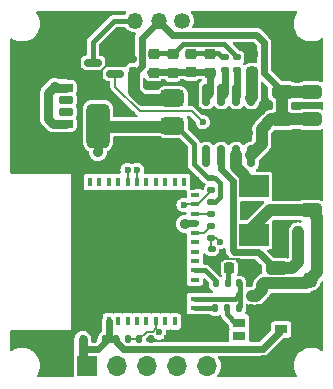
<source format=gbr>
%TF.GenerationSoftware,KiCad,Pcbnew,8.0.4*%
%TF.CreationDate,2024-12-08T23:45:12+08:00*%
%TF.ProjectId,funHomeSwitch,66756e48-6f6d-4655-9377-697463682e6b,rev?*%
%TF.SameCoordinates,Original*%
%TF.FileFunction,Copper,L1,Top*%
%TF.FilePolarity,Positive*%
%FSLAX46Y46*%
G04 Gerber Fmt 4.6, Leading zero omitted, Abs format (unit mm)*
G04 Created by KiCad (PCBNEW 8.0.4) date 2024-12-08 23:45:12*
%MOMM*%
%LPD*%
G01*
G04 APERTURE LIST*
G04 Aperture macros list*
%AMRoundRect*
0 Rectangle with rounded corners*
0 $1 Rounding radius*
0 $2 $3 $4 $5 $6 $7 $8 $9 X,Y pos of 4 corners*
0 Add a 4 corners polygon primitive as box body*
4,1,4,$2,$3,$4,$5,$6,$7,$8,$9,$2,$3,0*
0 Add four circle primitives for the rounded corners*
1,1,$1+$1,$2,$3*
1,1,$1+$1,$4,$5*
1,1,$1+$1,$6,$7*
1,1,$1+$1,$8,$9*
0 Add four rect primitives between the rounded corners*
20,1,$1+$1,$2,$3,$4,$5,0*
20,1,$1+$1,$4,$5,$6,$7,0*
20,1,$1+$1,$6,$7,$8,$9,0*
20,1,$1+$1,$8,$9,$2,$3,0*%
%AMFreePoly0*
4,1,6,0.725000,-0.725000,-0.725000,-0.725000,-0.725000,0.125000,-0.125000,0.725000,0.725000,0.725000,0.725000,-0.725000,0.725000,-0.725000,$1*%
G04 Aperture macros list end*
%TA.AperFunction,SMDPad,CuDef*%
%ADD10RoundRect,0.140000X0.170000X-0.140000X0.170000X0.140000X-0.170000X0.140000X-0.170000X-0.140000X0*%
%TD*%
%TA.AperFunction,SMDPad,CuDef*%
%ADD11RoundRect,0.135000X0.185000X-0.135000X0.185000X0.135000X-0.185000X0.135000X-0.185000X-0.135000X0*%
%TD*%
%TA.AperFunction,SMDPad,CuDef*%
%ADD12RoundRect,0.135000X-0.185000X0.135000X-0.185000X-0.135000X0.185000X-0.135000X0.185000X0.135000X0*%
%TD*%
%TA.AperFunction,SMDPad,CuDef*%
%ADD13RoundRect,0.150000X0.587500X0.150000X-0.587500X0.150000X-0.587500X-0.150000X0.587500X-0.150000X0*%
%TD*%
%TA.AperFunction,SMDPad,CuDef*%
%ADD14RoundRect,0.218750X0.218750X0.256250X-0.218750X0.256250X-0.218750X-0.256250X0.218750X-0.256250X0*%
%TD*%
%TA.AperFunction,SMDPad,CuDef*%
%ADD15RoundRect,0.140000X0.140000X0.170000X-0.140000X0.170000X-0.140000X-0.170000X0.140000X-0.170000X0*%
%TD*%
%TA.AperFunction,SMDPad,CuDef*%
%ADD16RoundRect,0.135000X-0.135000X-0.185000X0.135000X-0.185000X0.135000X0.185000X-0.135000X0.185000X0*%
%TD*%
%TA.AperFunction,SMDPad,CuDef*%
%ADD17RoundRect,0.250000X-0.650000X0.325000X-0.650000X-0.325000X0.650000X-0.325000X0.650000X0.325000X0*%
%TD*%
%TA.AperFunction,SMDPad,CuDef*%
%ADD18RoundRect,0.218750X-0.256250X0.218750X-0.256250X-0.218750X0.256250X-0.218750X0.256250X0.218750X0*%
%TD*%
%TA.AperFunction,SMDPad,CuDef*%
%ADD19RoundRect,0.178200X-0.151800X0.721800X-0.151800X-0.721800X0.151800X-0.721800X0.151800X0.721800X0*%
%TD*%
%TA.AperFunction,SMDPad,CuDef*%
%ADD20R,3.300000X2.410000*%
%TD*%
%TA.AperFunction,SMDPad,CuDef*%
%ADD21RoundRect,0.250000X0.650000X-0.325000X0.650000X0.325000X-0.650000X0.325000X-0.650000X-0.325000X0*%
%TD*%
%TA.AperFunction,SMDPad,CuDef*%
%ADD22RoundRect,0.175000X-0.425000X0.175000X-0.425000X-0.175000X0.425000X-0.175000X0.425000X0.175000X0*%
%TD*%
%TA.AperFunction,SMDPad,CuDef*%
%ADD23RoundRect,0.190000X0.410000X-0.190000X0.410000X0.190000X-0.410000X0.190000X-0.410000X-0.190000X0*%
%TD*%
%TA.AperFunction,SMDPad,CuDef*%
%ADD24RoundRect,0.200000X0.400000X-0.200000X0.400000X0.200000X-0.400000X0.200000X-0.400000X-0.200000X0*%
%TD*%
%TA.AperFunction,SMDPad,CuDef*%
%ADD25RoundRect,0.175000X0.425000X-0.175000X0.425000X0.175000X-0.425000X0.175000X-0.425000X-0.175000X0*%
%TD*%
%TA.AperFunction,SMDPad,CuDef*%
%ADD26RoundRect,0.190000X-0.410000X0.190000X-0.410000X-0.190000X0.410000X-0.190000X0.410000X0.190000X0*%
%TD*%
%TA.AperFunction,SMDPad,CuDef*%
%ADD27RoundRect,0.200000X-0.400000X0.200000X-0.400000X-0.200000X0.400000X-0.200000X0.400000X0.200000X0*%
%TD*%
%TA.AperFunction,ComponentPad*%
%ADD28O,1.700000X1.100000*%
%TD*%
%TA.AperFunction,SMDPad,CuDef*%
%ADD29RoundRect,0.375000X0.625000X0.375000X-0.625000X0.375000X-0.625000X-0.375000X0.625000X-0.375000X0*%
%TD*%
%TA.AperFunction,SMDPad,CuDef*%
%ADD30RoundRect,0.500000X0.500000X1.400000X-0.500000X1.400000X-0.500000X-1.400000X0.500000X-1.400000X0*%
%TD*%
%TA.AperFunction,SMDPad,CuDef*%
%ADD31RoundRect,0.200000X-0.200000X-0.275000X0.200000X-0.275000X0.200000X0.275000X-0.200000X0.275000X0*%
%TD*%
%TA.AperFunction,SMDPad,CuDef*%
%ADD32RoundRect,0.135000X0.135000X0.185000X-0.135000X0.185000X-0.135000X-0.185000X0.135000X-0.185000X0*%
%TD*%
%TA.AperFunction,SMDPad,CuDef*%
%ADD33R,2.500000X1.900000*%
%TD*%
%TA.AperFunction,ComponentPad*%
%ADD34C,1.350000*%
%TD*%
%TA.AperFunction,ComponentPad*%
%ADD35O,1.350000X1.350000*%
%TD*%
%TA.AperFunction,SMDPad,CuDef*%
%ADD36RoundRect,0.218750X0.256250X-0.218750X0.256250X0.218750X-0.256250X0.218750X-0.256250X-0.218750X0*%
%TD*%
%TA.AperFunction,SMDPad,CuDef*%
%ADD37R,0.400000X0.800000*%
%TD*%
%TA.AperFunction,SMDPad,CuDef*%
%ADD38R,0.800000X0.400000*%
%TD*%
%TA.AperFunction,SMDPad,CuDef*%
%ADD39FreePoly0,90.000000*%
%TD*%
%TA.AperFunction,SMDPad,CuDef*%
%ADD40R,1.450000X1.450000*%
%TD*%
%TA.AperFunction,SMDPad,CuDef*%
%ADD41R,0.700000X0.700000*%
%TD*%
%TA.AperFunction,SMDPad,CuDef*%
%ADD42RoundRect,0.225000X-0.250000X0.225000X-0.250000X-0.225000X0.250000X-0.225000X0.250000X0.225000X0*%
%TD*%
%TA.AperFunction,SMDPad,CuDef*%
%ADD43R,1.100000X0.800000*%
%TD*%
%TA.AperFunction,ComponentPad*%
%ADD44R,1.700000X1.700000*%
%TD*%
%TA.AperFunction,ComponentPad*%
%ADD45O,1.700000X1.700000*%
%TD*%
%TA.AperFunction,SMDPad,CuDef*%
%ADD46RoundRect,0.140000X-0.140000X-0.170000X0.140000X-0.170000X0.140000X0.170000X-0.140000X0.170000X0*%
%TD*%
%TA.AperFunction,ComponentPad*%
%ADD47R,1.350000X1.350000*%
%TD*%
%TA.AperFunction,ViaPad*%
%ADD48C,0.900000*%
%TD*%
%TA.AperFunction,ViaPad*%
%ADD49C,0.600000*%
%TD*%
%TA.AperFunction,Conductor*%
%ADD50C,0.600000*%
%TD*%
%TA.AperFunction,Conductor*%
%ADD51C,0.400000*%
%TD*%
%TA.AperFunction,Conductor*%
%ADD52C,0.200000*%
%TD*%
%TA.AperFunction,Conductor*%
%ADD53C,0.800000*%
%TD*%
%TA.AperFunction,Conductor*%
%ADD54C,1.000000*%
%TD*%
G04 APERTURE END LIST*
D10*
%TO.P,C4,1*%
%TO.N,+5V*%
X198425000Y-67950000D03*
%TO.P,C4,2*%
%TO.N,GND*%
X198425000Y-66990000D03*
%TD*%
D11*
%TO.P,R9,1*%
%TO.N,Net-(U3-LED1)*%
X207275000Y-67885000D03*
%TO.P,R9,2*%
%TO.N,Net-(D2-A)*%
X207275000Y-66865000D03*
%TD*%
D12*
%TO.P,R7,1*%
%TO.N,/SG90_POWER*%
X205100000Y-81115000D03*
%TO.P,R7,2*%
%TO.N,Net-(Q1-G)*%
X205100000Y-82135000D03*
%TD*%
D13*
%TO.P,Q1,1,G*%
%TO.N,Net-(Q1-G)*%
X196950000Y-68250000D03*
%TO.P,Q1,2,S*%
%TO.N,GND*%
X196950000Y-66350000D03*
%TO.P,Q1,3,D*%
%TO.N,Net-(J2-Pin_3)*%
X195075000Y-67300000D03*
%TD*%
D14*
%TO.P,D1,1,K*%
%TO.N,GND*%
X208187500Y-84700000D03*
%TO.P,D1,2,A*%
%TO.N,Net-(D1-A)*%
X206612500Y-84700000D03*
%TD*%
D15*
%TO.P,C2,1*%
%TO.N,+3V3*%
X196085000Y-90700000D03*
%TO.P,C2,2*%
%TO.N,GND*%
X195125000Y-90700000D03*
%TD*%
D16*
%TO.P,R3,1*%
%TO.N,/LED_CTRL*%
X205465000Y-86000000D03*
%TO.P,R3,2*%
%TO.N,Net-(D1-A)*%
X206485000Y-86000000D03*
%TD*%
D17*
%TO.P,C12,1*%
%TO.N,Net-(U3-BAT)*%
X210625000Y-84725000D03*
%TO.P,C12,2*%
%TO.N,GND*%
X210625000Y-87675000D03*
%TD*%
D15*
%TO.P,C1,1*%
%TO.N,+3V3*%
X194205000Y-90700000D03*
%TO.P,C1,2*%
%TO.N,GND*%
X193245000Y-90700000D03*
%TD*%
D18*
%TO.P,D3,1,K*%
%TO.N,Net-(D2-A)*%
X201825000Y-66600000D03*
%TO.P,D3,2,A*%
%TO.N,Net-(D2-K)*%
X201825000Y-68175000D03*
%TD*%
D19*
%TO.P,U3,1,VCC*%
%TO.N,/VIN_5V*%
X208460000Y-70025000D03*
%TO.P,U3,2,LED1*%
%TO.N,Net-(U3-LED1)*%
X207190000Y-70025000D03*
%TO.P,U3,3,LED2*%
%TO.N,Net-(U3-LED2)*%
X205920000Y-70025000D03*
%TO.P,U3,4,LED3*%
%TO.N,Net-(D2-K)*%
X204650000Y-70025000D03*
%TO.P,U3,5,KEY*%
%TO.N,unconnected-(U3-KEY-Pad5)*%
X204650000Y-75235000D03*
%TO.P,U3,6,BAT*%
%TO.N,Net-(U3-BAT)*%
X205920000Y-75235000D03*
%TO.P,U3,7,SW*%
%TO.N,Net-(U3-SW)*%
X207190000Y-75235000D03*
%TO.P,U3,8,VOUT*%
%TO.N,+5V*%
X208460000Y-75235000D03*
D20*
%TO.P,U3,9,GND*%
%TO.N,GND*%
X206555000Y-72630000D03*
%TD*%
D21*
%TO.P,C7,1*%
%TO.N,+5V*%
X211125000Y-69775000D03*
%TO.P,C7,2*%
%TO.N,GND*%
X211125000Y-66825000D03*
%TD*%
D22*
%TO.P,J3,A5,CC1*%
%TO.N,unconnected-(J3-CC1-PadA5)*%
X192805000Y-70445000D03*
D23*
%TO.P,J3,A9,VBUS*%
%TO.N,/VIN_5V*%
X192805000Y-72465000D03*
D24*
%TO.P,J3,A12,GND*%
%TO.N,GND*%
X192805000Y-73695000D03*
D25*
%TO.P,J3,B5,CC2*%
%TO.N,unconnected-(J3-CC2-PadB5)*%
X192805000Y-71445000D03*
D26*
%TO.P,J3,B9,VBUS*%
%TO.N,/VIN_5V*%
X192805000Y-69425000D03*
D27*
%TO.P,J3,B12,GND*%
%TO.N,GND*%
X192805000Y-68195000D03*
D28*
%TO.P,J3,S1,SHIELD*%
X192725000Y-66625000D03*
X188925000Y-66625000D03*
X192725000Y-75265000D03*
X188925000Y-75265000D03*
%TD*%
D29*
%TO.P,U1,1,GND*%
%TO.N,GND*%
X201800000Y-74937500D03*
%TO.P,U1,2,Output*%
%TO.N,+3V3*%
X201800000Y-72637500D03*
D30*
X195500000Y-72637500D03*
D29*
%TO.P,U1,3,Input*%
%TO.N,+5V*%
X201800000Y-70337500D03*
%TD*%
D31*
%TO.P,R12,1*%
%TO.N,Net-(U3-BAT)*%
X212475000Y-83225000D03*
%TO.P,R12,2*%
%TO.N,/BAT+*%
X214125000Y-83225000D03*
%TD*%
D32*
%TO.P,R1,1*%
%TO.N,/ESP32_EN*%
X198045000Y-90700000D03*
%TO.P,R1,2*%
%TO.N,+3V3*%
X197025000Y-90700000D03*
%TD*%
D33*
%TO.P,L1,1,1*%
%TO.N,Net-(U3-SW)*%
X208700000Y-77775000D03*
%TO.P,L1,2,2*%
%TO.N,/BAT+*%
X208700000Y-81875000D03*
%TD*%
D34*
%TO.P,J2,1,Pin_1*%
%TO.N,/SG90_PWM*%
X202625000Y-63750000D03*
D35*
%TO.P,J2,2,Pin_2*%
%TO.N,+5V*%
X200625000Y-63750000D03*
%TO.P,J2,3,Pin_3*%
%TO.N,Net-(J2-Pin_3)*%
X198625000Y-63750000D03*
%TD*%
D36*
%TO.P,D2,1,K*%
%TO.N,Net-(D2-K)*%
X200225000Y-68150000D03*
%TO.P,D2,2,A*%
%TO.N,Net-(D2-A)*%
X200225000Y-66575000D03*
%TD*%
%TO.P,D4,1,K*%
%TO.N,Net-(D2-K)*%
X203400000Y-68125000D03*
%TO.P,D4,2,A*%
%TO.N,Net-(D4-A)*%
X203400000Y-66550000D03*
%TD*%
D32*
%TO.P,R2,1*%
%TO.N,/BAT+*%
X208470000Y-87025000D03*
%TO.P,R2,2*%
%TO.N,Net-(U2-GPIO1{slash}ADC1_CH1{slash}XTAL_32K_N)*%
X207450000Y-87025000D03*
%TD*%
D16*
%TO.P,R4,1*%
%TO.N,Net-(U2-GPIO1{slash}ADC1_CH1{slash}XTAL_32K_N)*%
X207450000Y-88075000D03*
%TO.P,R4,2*%
%TO.N,GND*%
X208470000Y-88075000D03*
%TD*%
D37*
%TO.P,U2,1,GND*%
%TO.N,GND*%
X194800000Y-89200000D03*
%TO.P,U2,2,GND*%
X195600000Y-89200000D03*
%TO.P,U2,3,3V3*%
%TO.N,+3V3*%
X196400000Y-89200000D03*
%TO.P,U2,4,NC*%
%TO.N,unconnected-(U2-NC-Pad4)*%
X197200000Y-89200000D03*
%TO.P,U2,5,GPIO2/ADC1_CH2*%
%TO.N,unconnected-(U2-GPIO2{slash}ADC1_CH2-Pad5)*%
X198000000Y-89200000D03*
%TO.P,U2,6,GPIO3/ADC1_CH3*%
%TO.N,unconnected-(U2-GPIO3{slash}ADC1_CH3-Pad6)*%
X198800000Y-89200000D03*
%TO.P,U2,7,NC*%
%TO.N,unconnected-(U2-NC-Pad7)*%
X199600000Y-89200000D03*
%TO.P,U2,8,EN/CHIP_PU*%
%TO.N,/ESP32_EN*%
X200400000Y-89200000D03*
%TO.P,U2,9,NC*%
%TO.N,unconnected-(U2-NC-Pad9)*%
X201200000Y-89200000D03*
%TO.P,U2,10,NC*%
%TO.N,unconnected-(U2-NC-Pad10)*%
X202000000Y-89200000D03*
%TO.P,U2,11,GND*%
%TO.N,GND*%
X202800000Y-89200000D03*
D38*
%TO.P,U2,12,GPIO0/ADC1_CH0/XTAL_32K_P*%
%TO.N,/LSensorIO*%
X203700000Y-88100000D03*
%TO.P,U2,13,GPIO1/ADC1_CH1/XTAL_32K_N*%
%TO.N,Net-(U2-GPIO1{slash}ADC1_CH1{slash}XTAL_32K_N)*%
X203700000Y-87300000D03*
%TO.P,U2,14,GND*%
%TO.N,GND*%
X203700000Y-86500000D03*
%TO.P,U2,15,NC*%
%TO.N,unconnected-(U2-NC-Pad15)*%
X203700000Y-85700000D03*
%TO.P,U2,16,GPIO10*%
%TO.N,/LED_CTRL*%
X203700000Y-84900000D03*
%TO.P,U2,17,NC*%
%TO.N,unconnected-(U2-NC-Pad17)*%
X203700000Y-84100000D03*
%TO.P,U2,18,GPIO4/ADC1_CH4*%
%TO.N,unconnected-(U2-GPIO4{slash}ADC1_CH4-Pad18)*%
X203700000Y-83300000D03*
%TO.P,U2,19,GPIO5/ADC2_CH0*%
%TO.N,unconnected-(U2-GPIO5{slash}ADC2_CH0-Pad19)*%
X203700000Y-82500000D03*
%TO.P,U2,20,GPIO6*%
%TO.N,/SG90_POWER*%
X203700000Y-81700000D03*
%TO.P,U2,21,GPIO7*%
%TO.N,/SG90_PWM*%
X203700000Y-80900000D03*
%TO.P,U2,22,GPIO8*%
%TO.N,Net-(U2-GPIO8)*%
X203700000Y-80100000D03*
%TO.P,U2,23,GPIO9*%
%TO.N,/ESP32_BOOT*%
X203700000Y-79300000D03*
%TO.P,U2,24,NC*%
%TO.N,unconnected-(U2-NC-Pad24)*%
X203700000Y-78500000D03*
D37*
%TO.P,U2,25,NC*%
%TO.N,unconnected-(U2-NC-Pad25)*%
X202800000Y-77400000D03*
%TO.P,U2,26,GPIO18/USB_D-*%
%TO.N,unconnected-(U2-GPIO18{slash}USB_D--Pad26)*%
X202000000Y-77400000D03*
%TO.P,U2,27,GPIO19/USB_D+*%
%TO.N,unconnected-(U2-GPIO19{slash}USB_D+-Pad27)*%
X201200000Y-77400000D03*
%TO.P,U2,28,NC*%
%TO.N,unconnected-(U2-NC-Pad28)*%
X200400000Y-77400000D03*
%TO.P,U2,29,NC*%
%TO.N,unconnected-(U2-NC-Pad29)*%
X199600000Y-77400000D03*
%TO.P,U2,30,GPIO20/U0RXD*%
%TO.N,/USB_SERIAL_RXI*%
X198800000Y-77400000D03*
%TO.P,U2,31,GPIO21/U0TXD*%
%TO.N,/USB_SERIAL_TXO*%
X198000000Y-77400000D03*
%TO.P,U2,32,NC*%
%TO.N,unconnected-(U2-NC-Pad32)*%
X197200000Y-77400000D03*
%TO.P,U2,33,NC*%
%TO.N,unconnected-(U2-NC-Pad33)*%
X196400000Y-77400000D03*
%TO.P,U2,34,NC*%
%TO.N,unconnected-(U2-NC-Pad34)*%
X195600000Y-77400000D03*
%TO.P,U2,35,NC*%
%TO.N,unconnected-(U2-NC-Pad35)*%
X194800000Y-77400000D03*
D38*
%TO.P,U2,36,GND*%
%TO.N,GND*%
X193900000Y-78500000D03*
%TO.P,U2,37,GND*%
X193900000Y-79300000D03*
%TO.P,U2,38,GND*%
X193900000Y-80100000D03*
%TO.P,U2,39,GND*%
X193900000Y-80900000D03*
%TO.P,U2,40,GND*%
X193900000Y-81700000D03*
%TO.P,U2,41,GND*%
X193900000Y-82500000D03*
%TO.P,U2,42,GND*%
X193900000Y-83300000D03*
%TO.P,U2,43,GND*%
X193900000Y-84100000D03*
%TO.P,U2,44,GND*%
X193900000Y-84900000D03*
%TO.P,U2,45,GND*%
X193900000Y-85700000D03*
%TO.P,U2,46,GND*%
X193900000Y-86500000D03*
%TO.P,U2,47,GND*%
X193900000Y-87300000D03*
%TO.P,U2,48,GND*%
X193900000Y-88100000D03*
D39*
%TO.P,U2,49,GND*%
X196825000Y-85275000D03*
D40*
X198800000Y-85275000D03*
X200775000Y-85275000D03*
X196825000Y-83300000D03*
X198800000Y-83300000D03*
X200775000Y-83300000D03*
X196825000Y-81325000D03*
X198800000Y-81325000D03*
X200775000Y-81325000D03*
D41*
%TO.P,U2,50,GND*%
X193850000Y-77350000D03*
%TO.P,U2,51,GND*%
X203750000Y-77350000D03*
%TO.P,U2,52,GND*%
X203750000Y-89250000D03*
%TO.P,U2,53,GND*%
X193850000Y-89250000D03*
%TD*%
D12*
%TO.P,R8,1*%
%TO.N,Net-(Q1-G)*%
X205125000Y-83100000D03*
%TO.P,R8,2*%
%TO.N,GND*%
X205125000Y-84120000D03*
%TD*%
D11*
%TO.P,R10,1*%
%TO.N,Net-(U3-LED2)*%
X206275000Y-67885000D03*
%TO.P,R10,2*%
%TO.N,Net-(D4-A)*%
X206275000Y-66865000D03*
%TD*%
D17*
%TO.P,C8,1*%
%TO.N,+5V*%
X211075000Y-72100000D03*
%TO.P,C8,2*%
%TO.N,GND*%
X211075000Y-75050000D03*
%TD*%
D11*
%TO.P,R5,1*%
%TO.N,Net-(U2-GPIO8)*%
X205075000Y-80135000D03*
%TO.P,R5,2*%
%TO.N,+3V3*%
X205075000Y-79115000D03*
%TD*%
D42*
%TO.P,C10,1*%
%TO.N,GND*%
X208525000Y-66575000D03*
%TO.P,C10,2*%
%TO.N,/VIN_5V*%
X208525000Y-68125000D03*
%TD*%
D43*
%TO.P,Q2,1,C*%
%TO.N,+3V3*%
X211025000Y-89875000D03*
%TO.P,Q2,2,E*%
%TO.N,Net-(Q2-E)*%
X207475000Y-89325000D03*
%TO.P,Q2,3,NC*%
%TO.N,unconnected-(Q2-NC-Pad3)*%
X207475000Y-90425000D03*
%TD*%
D44*
%TO.P,J1,1,Pin_1*%
%TO.N,+3V3*%
X194610000Y-92975000D03*
D45*
%TO.P,J1,2,Pin_2*%
%TO.N,/USB_SERIAL_RXI*%
X197150000Y-92975000D03*
%TO.P,J1,3,Pin_3*%
%TO.N,/USB_SERIAL_TXO*%
X199690000Y-92975000D03*
%TO.P,J1,4,Pin_4*%
%TO.N,/ESP32_EN*%
X202230000Y-92975000D03*
%TO.P,J1,5,Pin_5*%
%TO.N,/ESP32_BOOT*%
X204770000Y-92975000D03*
%TO.P,J1,6,Pin_6*%
%TO.N,GND*%
X207310000Y-92975000D03*
%TD*%
D17*
%TO.P,C9,1*%
%TO.N,+5V*%
X213550000Y-72100000D03*
%TO.P,C9,2*%
%TO.N,GND*%
X213550000Y-75050000D03*
%TD*%
D21*
%TO.P,C11,1*%
%TO.N,/BAT+*%
X213500000Y-79800000D03*
%TO.P,C11,2*%
%TO.N,GND*%
X213500000Y-76850000D03*
%TD*%
D15*
%TO.P,C5,1*%
%TO.N,GND*%
X208410000Y-86000000D03*
%TO.P,C5,2*%
%TO.N,Net-(U2-GPIO1{slash}ADC1_CH1{slash}XTAL_32K_N)*%
X207450000Y-86000000D03*
%TD*%
D18*
%TO.P,D5,1,K*%
%TO.N,Net-(D4-A)*%
X204975000Y-66600000D03*
%TO.P,D5,2,A*%
%TO.N,Net-(D2-K)*%
X204975000Y-68175000D03*
%TD*%
D16*
%TO.P,R13,1*%
%TO.N,/LSensorIO*%
X205415000Y-88100000D03*
%TO.P,R13,2*%
%TO.N,Net-(Q2-E)*%
X206435000Y-88100000D03*
%TD*%
D31*
%TO.P,R11,1*%
%TO.N,Net-(U3-BAT)*%
X212475000Y-81625000D03*
%TO.P,R11,2*%
%TO.N,/BAT+*%
X214125000Y-81625000D03*
%TD*%
D46*
%TO.P,C3,1*%
%TO.N,/ESP32_EN*%
X198995000Y-90700000D03*
%TO.P,C3,2*%
%TO.N,GND*%
X199955000Y-90700000D03*
%TD*%
D11*
%TO.P,R6,1*%
%TO.N,/ESP32_BOOT*%
X205100000Y-78085000D03*
%TO.P,R6,2*%
%TO.N,+3V3*%
X205100000Y-77065000D03*
%TD*%
D21*
%TO.P,C6,1*%
%TO.N,+5V*%
X213550000Y-69775000D03*
%TO.P,C6,2*%
%TO.N,GND*%
X213550000Y-66825000D03*
%TD*%
D47*
%TO.P,J4,1,Pin_1*%
%TO.N,GND*%
X213425000Y-87675000D03*
D35*
%TO.P,J4,2,Pin_2*%
%TO.N,/BAT+*%
X213425000Y-85675000D03*
%TD*%
D48*
%TO.N,+3V3*%
X195500000Y-74900000D03*
D49*
%TO.N,GND*%
X200700000Y-87175000D03*
X212025000Y-68350000D03*
X213250000Y-90700000D03*
X195475000Y-63675000D03*
X190350000Y-70300000D03*
X196025000Y-69875000D03*
X211025000Y-68275000D03*
X196325000Y-80025000D03*
X192025000Y-93275000D03*
X211475000Y-63950000D03*
X206000000Y-83825000D03*
X213325000Y-68400000D03*
X208775000Y-85250000D03*
X210075000Y-93225000D03*
X192200000Y-92050000D03*
X190375000Y-72625000D03*
X199525000Y-74150000D03*
X210650000Y-83450000D03*
X206325000Y-89800000D03*
X192025000Y-63700000D03*
X198600000Y-74850000D03*
X198375000Y-71625000D03*
X212925000Y-73600000D03*
X201375000Y-90625000D03*
X193675000Y-88625000D03*
X212575000Y-70850000D03*
X202175000Y-84675000D03*
X209525000Y-92325000D03*
X196300000Y-78875000D03*
X193600000Y-76925000D03*
X208068191Y-66210357D03*
X203525000Y-77800000D03*
X194775000Y-69550000D03*
X208900000Y-79250000D03*
X213825000Y-78500000D03*
X213900000Y-70900000D03*
X205875000Y-90575000D03*
X203050000Y-76450000D03*
X208950000Y-90275000D03*
X210700000Y-82150000D03*
X211700000Y-91925000D03*
X191250000Y-92575000D03*
X210525000Y-64975000D03*
X197400000Y-71100000D03*
X202150000Y-82175000D03*
X199775000Y-78825000D03*
X190375000Y-71300000D03*
X209100000Y-84600000D03*
X201825000Y-87675000D03*
X193900000Y-64825000D03*
X193825000Y-63625000D03*
X207875000Y-79325000D03*
X213725000Y-89650000D03*
X189250000Y-69550000D03*
X190675000Y-73750000D03*
X208050000Y-80325000D03*
X198350000Y-65150000D03*
X207950000Y-84900000D03*
X197800000Y-74050000D03*
X189275000Y-71650000D03*
X192250000Y-64775000D03*
X199575000Y-87650000D03*
X211350000Y-93350000D03*
X208675000Y-89375000D03*
X203775000Y-89825000D03*
X198825000Y-86875000D03*
X210675000Y-81100000D03*
X210050000Y-63750000D03*
X197425000Y-65125000D03*
X202800000Y-75550000D03*
X210875000Y-73500000D03*
X202125000Y-83325000D03*
X213800000Y-73550000D03*
X211950000Y-73525000D03*
X194125000Y-89500000D03*
X190400000Y-69525000D03*
X214075000Y-68400000D03*
X208486379Y-72441357D03*
X202125000Y-85875000D03*
X212575000Y-78425000D03*
X210075000Y-70800000D03*
X212625000Y-89650000D03*
X190800000Y-90725000D03*
X192900000Y-75850000D03*
X210650000Y-92000000D03*
X205600000Y-89600000D03*
X189250000Y-70425000D03*
X210750000Y-77325000D03*
X189300000Y-90675000D03*
X189350000Y-73450000D03*
X198950000Y-79950000D03*
X211425000Y-78225000D03*
X200700000Y-79975000D03*
X209380393Y-71480393D03*
X192050000Y-90725000D03*
X196350000Y-87650000D03*
X196025000Y-66300000D03*
X210050000Y-88300000D03*
X209125000Y-88000000D03*
X191175000Y-76175000D03*
X211125000Y-88350000D03*
X209550000Y-89375000D03*
X208375000Y-73250000D03*
%TO.N,/ESP32_EN*%
X200675000Y-90150000D03*
D48*
%TO.N,/VIN_5V*%
X208500000Y-68700000D03*
X191825000Y-69375000D03*
D49*
%TO.N,/ESP32_BOOT*%
X202750000Y-79350000D03*
%TO.N,/USB_SERIAL_TXO*%
X198000000Y-76400000D03*
%TO.N,/USB_SERIAL_RXI*%
X198800000Y-76375000D03*
D48*
%TO.N,/SG90_PWM*%
X202850000Y-80950000D03*
D49*
%TO.N,Net-(Q1-G)*%
X204369998Y-72350000D03*
X205850000Y-82475000D03*
%TD*%
D50*
%TO.N,+3V3*%
X196085000Y-90958976D02*
X195518976Y-91525000D01*
D51*
X203625000Y-75906236D02*
X204783764Y-77065000D01*
D52*
X194205000Y-92745000D02*
X194610000Y-93150000D01*
D53*
X194205000Y-90700000D02*
X194205000Y-91525000D01*
D51*
X205410000Y-79115000D02*
X205075000Y-79115000D01*
X205100000Y-77065000D02*
X205419999Y-77065000D01*
X203625000Y-74150000D02*
X203625000Y-75906236D01*
D50*
X196085000Y-90700000D02*
X196085000Y-90958976D01*
D51*
X204783764Y-77065000D02*
X205100000Y-77065000D01*
D53*
X194205000Y-91525000D02*
X194205000Y-92745000D01*
D50*
X197025000Y-90901768D02*
X197648232Y-91525000D01*
D51*
X201800000Y-72637500D02*
X202112500Y-72637500D01*
D50*
X196400000Y-90385000D02*
X196400000Y-89200000D01*
X195125000Y-91525000D02*
X194205000Y-91525000D01*
D53*
X195500000Y-72637500D02*
X195500000Y-74900000D01*
D51*
X202112500Y-72637500D02*
X203625000Y-74150000D01*
D50*
X196085000Y-90700000D02*
X196400000Y-90385000D01*
X195150000Y-91550000D02*
X195125000Y-91525000D01*
D51*
X205820000Y-78705000D02*
X205410000Y-79115000D01*
D50*
X197025000Y-90700000D02*
X197025000Y-90901768D01*
D51*
X205419999Y-77065000D02*
X205820000Y-77465001D01*
D50*
X209450000Y-91525000D02*
X211000000Y-89975000D01*
X196085000Y-90700000D02*
X197025000Y-90700000D01*
D51*
X205820000Y-77465001D02*
X205820000Y-78705000D01*
D50*
X195518976Y-91525000D02*
X195175000Y-91525000D01*
D54*
X201825000Y-72737500D02*
X195525000Y-72737500D01*
D50*
X195175000Y-91525000D02*
X195150000Y-91550000D01*
X197648232Y-91525000D02*
X209450000Y-91525000D01*
D52*
%TO.N,GND*%
X201975000Y-90625000D02*
X202800000Y-89800000D01*
X197785000Y-66350000D02*
X198425000Y-66990000D01*
X208475000Y-84987500D02*
X208187500Y-84700000D01*
X192805000Y-68195000D02*
X195558052Y-68195000D01*
X192805000Y-66705000D02*
X192725000Y-66625000D01*
X195558052Y-68195000D02*
X196950000Y-66803052D01*
X195125000Y-89525000D02*
X195125000Y-90700000D01*
X194800000Y-89200000D02*
X195125000Y-89525000D01*
X201100000Y-90900000D02*
X201375000Y-90625000D01*
X200155000Y-90900000D02*
X201100000Y-90900000D01*
X208475000Y-85975000D02*
X208475000Y-84987500D01*
X199955000Y-90700000D02*
X200155000Y-90900000D01*
X205977814Y-84120000D02*
X206172814Y-83925000D01*
X207412500Y-83925000D02*
X208187500Y-84700000D01*
X202800000Y-89800000D02*
X202800000Y-89200000D01*
X192805000Y-68195000D02*
X192805000Y-66705000D01*
X205125000Y-84120000D02*
X205977814Y-84120000D01*
D54*
X213525000Y-75050000D02*
X213550000Y-75025000D01*
D52*
X196950000Y-66803052D02*
X196950000Y-66350000D01*
X201375000Y-90625000D02*
X201975000Y-90625000D01*
X206172814Y-83925000D02*
X207412500Y-83925000D01*
X196950000Y-66350000D02*
X197785000Y-66350000D01*
D50*
%TO.N,+5V*%
X199250000Y-65225000D02*
X199250000Y-67525000D01*
X209525001Y-68175001D02*
X211125000Y-69775000D01*
D54*
X210175000Y-72100000D02*
X209375000Y-72900000D01*
X209375000Y-72900000D02*
X209375000Y-74185000D01*
X211075000Y-72100000D02*
X210175000Y-72100000D01*
D50*
X200625000Y-63775000D02*
X201800000Y-64950000D01*
D54*
X209375000Y-74185000D02*
X208425000Y-75135000D01*
D50*
X208900000Y-64950000D02*
X209525001Y-65575001D01*
D54*
X198525000Y-69775000D02*
X198525000Y-68250000D01*
X199187500Y-70437500D02*
X198525000Y-69775000D01*
X201825000Y-70437500D02*
X199187500Y-70437500D01*
X211075000Y-72100000D02*
X211075000Y-69825000D01*
D50*
X199250000Y-67525000D02*
X199200000Y-67575000D01*
D52*
X213525000Y-69800000D02*
X213550000Y-69775000D01*
D50*
X200625000Y-63750000D02*
X199200000Y-65175000D01*
X209525001Y-65575001D02*
X209525001Y-68175001D01*
D54*
X211075000Y-69825000D02*
X211125000Y-69775000D01*
D50*
X199200000Y-67575000D02*
X198525000Y-68250000D01*
D54*
X213525000Y-69800000D02*
X210999570Y-69800000D01*
X211075000Y-72100000D02*
X213575000Y-72100000D01*
D50*
X201800000Y-64950000D02*
X208900000Y-64950000D01*
D52*
%TO.N,/ESP32_EN*%
X200675000Y-90150000D02*
X200400000Y-89875000D01*
X200400000Y-89200000D02*
X200500000Y-88900000D01*
X200500000Y-88900000D02*
X200400000Y-89800000D01*
X200125000Y-90075000D02*
X199620000Y-90075000D01*
X198045000Y-90700000D02*
X198995000Y-90700000D01*
X200400000Y-89875000D02*
X200400000Y-89200000D01*
X199620000Y-90075000D02*
X198995000Y-90700000D01*
X200400000Y-89800000D02*
X200125000Y-90075000D01*
D51*
%TO.N,Net-(J2-Pin_3)*%
X196875000Y-63750000D02*
X198171948Y-63750000D01*
X195075000Y-67300000D02*
X195075000Y-65550000D01*
D52*
X198171948Y-63750000D02*
X198625000Y-63750000D01*
D51*
X195075000Y-65550000D02*
X196875000Y-63750000D01*
%TO.N,Net-(U2-GPIO1{slash}ADC1_CH1{slash}XTAL_32K_N)*%
X203700000Y-87300000D02*
X207140000Y-87300000D01*
X207500000Y-85990000D02*
X207500000Y-87870000D01*
X207140000Y-87300000D02*
X207490000Y-86950000D01*
X207515000Y-85975000D02*
X207500000Y-85990000D01*
D53*
%TO.N,/VIN_5V*%
X192805000Y-69425000D02*
X191725000Y-69425000D01*
X191665000Y-72465000D02*
X192805000Y-72465000D01*
D54*
X208500000Y-70200000D02*
X208425000Y-70275000D01*
D53*
X191725000Y-69425000D02*
X191275000Y-69875000D01*
X191275000Y-69875000D02*
X191275000Y-72075000D01*
D54*
X208525000Y-68125000D02*
X208500000Y-68150000D01*
X208500000Y-68150000D02*
X208500000Y-70200000D01*
D53*
X191275000Y-72075000D02*
X191665000Y-72465000D01*
D54*
%TO.N,/BAT+*%
X214075000Y-85025000D02*
X213100000Y-86000000D01*
X210075000Y-79800000D02*
X207975000Y-81900000D01*
X209390000Y-86521820D02*
X208886820Y-87025000D01*
X209550000Y-86000000D02*
X209390000Y-86160000D01*
X208886820Y-87025000D02*
X208525000Y-87025000D01*
X214075000Y-80375000D02*
X214075000Y-85025000D01*
X213100000Y-86000000D02*
X209550000Y-86000000D01*
X209390000Y-86160000D02*
X209390000Y-86521820D01*
X213500000Y-79800000D02*
X214075000Y-80375000D01*
X213500000Y-79800000D02*
X210075000Y-79800000D01*
%TO.N,Net-(U3-BAT)*%
X212475000Y-84150000D02*
X211900000Y-84725000D01*
D50*
X207050000Y-83325000D02*
X209050000Y-83325000D01*
D54*
X211900000Y-84725000D02*
X210450000Y-84725000D01*
D50*
X205885000Y-76324214D02*
X206900000Y-77339214D01*
D54*
X212475000Y-81625000D02*
X212475000Y-83225000D01*
D50*
X206900000Y-83175000D02*
X207050000Y-83325000D01*
X206900000Y-77339214D02*
X206900000Y-83175000D01*
X205885000Y-75135000D02*
X205885000Y-76324214D01*
X209050000Y-83325000D02*
X210450000Y-84725000D01*
D54*
X212475000Y-83225000D02*
X212475000Y-84150000D01*
D51*
%TO.N,Net-(D1-A)*%
X206485000Y-84665000D02*
X206600000Y-84550000D01*
X206485000Y-85775000D02*
X206485000Y-84665000D01*
D50*
%TO.N,Net-(D2-K)*%
X204975000Y-69915000D02*
X204625000Y-70265000D01*
X204887500Y-68087500D02*
X204975000Y-68175000D01*
X199875000Y-68087500D02*
X204887500Y-68087500D01*
X204975000Y-68175000D02*
X204975000Y-69915000D01*
D52*
X204625000Y-70265000D02*
X204615000Y-70275000D01*
%TO.N,Net-(D2-A)*%
X201575000Y-66475000D02*
X201600000Y-66500000D01*
D51*
X202712500Y-65712500D02*
X206202846Y-65712500D01*
X200050000Y-66475000D02*
X201575000Y-66475000D01*
X206202846Y-65712500D02*
X207275000Y-66784654D01*
X207275000Y-66784654D02*
X207275000Y-66865000D01*
X201825000Y-66600000D02*
X202712500Y-65712500D01*
%TO.N,Net-(D4-A)*%
X205672500Y-66462500D02*
X206025000Y-66815000D01*
D52*
X204575000Y-66462500D02*
X205082500Y-66462500D01*
D51*
X203187500Y-66462500D02*
X204575000Y-66462500D01*
D52*
X204575000Y-66462500D02*
X204625000Y-66512500D01*
D51*
X203175000Y-66450000D02*
X203187500Y-66462500D01*
X205082500Y-66462500D02*
X205672500Y-66462500D01*
D52*
%TO.N,/ESP32_BOOT*%
X205100000Y-78151076D02*
X205100000Y-78085000D01*
X203700000Y-79300000D02*
X203951076Y-79300000D01*
X203951076Y-79300000D02*
X205100000Y-78151076D01*
X202800000Y-79300000D02*
X202750000Y-79350000D01*
X203700000Y-79300000D02*
X202800000Y-79300000D01*
%TO.N,/USB_SERIAL_TXO*%
X198000000Y-77400000D02*
X198000000Y-76400000D01*
%TO.N,/USB_SERIAL_RXI*%
X198800000Y-77400000D02*
X198800000Y-76375000D01*
%TO.N,/SG90_PWM*%
X202900000Y-80900000D02*
X202850000Y-80950000D01*
D50*
X203700000Y-80900000D02*
X202900000Y-80900000D01*
D52*
%TO.N,Net-(U3-SW)*%
X208275000Y-77750000D02*
X207975000Y-78050000D01*
D54*
X207155000Y-76180000D02*
X208725000Y-77750000D01*
D52*
X208725000Y-77750000D02*
X208275000Y-77750000D01*
D54*
X207155000Y-75135000D02*
X207155000Y-76180000D01*
D52*
%TO.N,Net-(Q1-G)*%
X205100000Y-82135000D02*
X205100000Y-83075000D01*
X205510000Y-82135000D02*
X205850000Y-82475000D01*
X203419998Y-71400000D02*
X199018629Y-71400000D01*
X205100000Y-83075000D02*
X205125000Y-83100000D01*
X204369998Y-72350000D02*
X203419998Y-71400000D01*
X196950000Y-69331371D02*
X196950000Y-68250000D01*
X199018629Y-71400000D02*
X196950000Y-69331371D01*
X205100000Y-82135000D02*
X205510000Y-82135000D01*
D51*
%TO.N,/LED_CTRL*%
X204590000Y-84900000D02*
X205465000Y-85775000D01*
X203700000Y-84900000D02*
X204590000Y-84900000D01*
D52*
%TO.N,Net-(U2-GPIO8)*%
X205075000Y-80135000D02*
X203735000Y-80135000D01*
X203735000Y-80135000D02*
X203700000Y-80100000D01*
%TO.N,/SG90_POWER*%
X204515000Y-81700000D02*
X205100000Y-81115000D01*
X203700000Y-81700000D02*
X204515000Y-81700000D01*
D50*
%TO.N,Net-(U3-LED1)*%
X207155000Y-70275000D02*
X207275000Y-70155000D01*
X207275000Y-70155000D02*
X207275000Y-67885000D01*
%TO.N,Net-(U3-LED2)*%
X205885000Y-70275000D02*
X206275000Y-69885000D01*
X206275000Y-69885000D02*
X206275000Y-67885000D01*
D51*
%TO.N,Net-(Q2-E)*%
X206435000Y-88610000D02*
X207225000Y-89400000D01*
X206435000Y-88100000D02*
X206435000Y-88610000D01*
%TO.N,/LSensorIO*%
X203700000Y-88100000D02*
X205415000Y-88100000D01*
%TD*%
%TA.AperFunction,Conductor*%
%TO.N,GND*%
G36*
X197868057Y-62969407D02*
G01*
X197904021Y-63018907D01*
X197904021Y-63080093D01*
X197886394Y-63112305D01*
X197809979Y-63205416D01*
X197809922Y-63205503D01*
X197809884Y-63205532D01*
X197806892Y-63209179D01*
X197806091Y-63208522D01*
X197761871Y-63243381D01*
X197727607Y-63249500D01*
X196940892Y-63249500D01*
X196809107Y-63249500D01*
X196734537Y-63269481D01*
X196734536Y-63269480D01*
X196681814Y-63283607D01*
X196681810Y-63283609D01*
X196567690Y-63349496D01*
X196567684Y-63349500D01*
X196567685Y-63349501D01*
X194767686Y-65149500D01*
X194767685Y-65149499D01*
X194674500Y-65242685D01*
X194674496Y-65242690D01*
X194608609Y-65356809D01*
X194574500Y-65484109D01*
X194574500Y-66600500D01*
X194555593Y-66658691D01*
X194506093Y-66694655D01*
X194475500Y-66699500D01*
X194433225Y-66699500D01*
X194402805Y-66702353D01*
X194402796Y-66702355D01*
X194274616Y-66747207D01*
X194165355Y-66827845D01*
X194165345Y-66827855D01*
X194084707Y-66937116D01*
X194039855Y-67065296D01*
X194039853Y-67065305D01*
X194037000Y-67095725D01*
X194037000Y-67504274D01*
X194039853Y-67534694D01*
X194039855Y-67534703D01*
X194084707Y-67662883D01*
X194165345Y-67772144D01*
X194165347Y-67772146D01*
X194165350Y-67772150D01*
X194165353Y-67772152D01*
X194165355Y-67772154D01*
X194274616Y-67852792D01*
X194274617Y-67852792D01*
X194274618Y-67852793D01*
X194402801Y-67897646D01*
X194433225Y-67900499D01*
X194433227Y-67900500D01*
X194433234Y-67900500D01*
X195716773Y-67900500D01*
X195716773Y-67900499D01*
X195747199Y-67897646D01*
X195791121Y-67882276D01*
X195852287Y-67880903D01*
X195902583Y-67915746D01*
X195922792Y-67973498D01*
X195917263Y-68008414D01*
X195914855Y-68015296D01*
X195914853Y-68015305D01*
X195912000Y-68045725D01*
X195912000Y-68454274D01*
X195914853Y-68484694D01*
X195914855Y-68484703D01*
X195959707Y-68612883D01*
X196040345Y-68722144D01*
X196040347Y-68722146D01*
X196040350Y-68722150D01*
X196040353Y-68722152D01*
X196040355Y-68722154D01*
X196149616Y-68802792D01*
X196149617Y-68802792D01*
X196149618Y-68802793D01*
X196277801Y-68847646D01*
X196308225Y-68850499D01*
X196308227Y-68850500D01*
X196308234Y-68850500D01*
X196450500Y-68850500D01*
X196508691Y-68869407D01*
X196544655Y-68918907D01*
X196549500Y-68949500D01*
X196549500Y-69278644D01*
X196549500Y-69384098D01*
X196566959Y-69449256D01*
X196576794Y-69485963D01*
X196629516Y-69577279D01*
X196629518Y-69577281D01*
X196629520Y-69577284D01*
X198772716Y-71720480D01*
X198772718Y-71720481D01*
X198772720Y-71720483D01*
X198827766Y-71752264D01*
X198868707Y-71797733D01*
X198875103Y-71858583D01*
X198844510Y-71911571D01*
X198788614Y-71936458D01*
X198778266Y-71937000D01*
X196899500Y-71937000D01*
X196841309Y-71918093D01*
X196805345Y-71868593D01*
X196800500Y-71838000D01*
X196800500Y-71192546D01*
X196800499Y-71192529D01*
X196785369Y-71058250D01*
X196785366Y-71058238D01*
X196754746Y-70970733D01*
X196725789Y-70887978D01*
X196724339Y-70885671D01*
X196629818Y-70735241D01*
X196629817Y-70735240D01*
X196629816Y-70735238D01*
X196502262Y-70607684D01*
X196502259Y-70607682D01*
X196502258Y-70607681D01*
X196349523Y-70511711D01*
X196179261Y-70452133D01*
X196179249Y-70452130D01*
X196044970Y-70437000D01*
X196044954Y-70437000D01*
X194955046Y-70437000D01*
X194955029Y-70437000D01*
X194820750Y-70452130D01*
X194820738Y-70452133D01*
X194650477Y-70511711D01*
X194650476Y-70511711D01*
X194497741Y-70607681D01*
X194370181Y-70735241D01*
X194274211Y-70887976D01*
X194274211Y-70887977D01*
X194214633Y-71058238D01*
X194214630Y-71058250D01*
X194199500Y-71192529D01*
X194199500Y-74082470D01*
X194214630Y-74216749D01*
X194214633Y-74216761D01*
X194274211Y-74387022D01*
X194274211Y-74387023D01*
X194370181Y-74539758D01*
X194370184Y-74539762D01*
X194497738Y-74667316D01*
X194650478Y-74763289D01*
X194681475Y-74774135D01*
X194730155Y-74811199D01*
X194747752Y-74869800D01*
X194747155Y-74878661D01*
X194744751Y-74900001D01*
X194744751Y-74900004D01*
X194763685Y-75068053D01*
X194763688Y-75068065D01*
X194819544Y-75227690D01*
X194819544Y-75227691D01*
X194909520Y-75370886D01*
X194909523Y-75370890D01*
X195029110Y-75490477D01*
X195029112Y-75490478D01*
X195029113Y-75490479D01*
X195159778Y-75572582D01*
X195172310Y-75580456D01*
X195232674Y-75601578D01*
X195331934Y-75636311D01*
X195331938Y-75636312D01*
X195331941Y-75636313D01*
X195331942Y-75636313D01*
X195331946Y-75636314D01*
X195499996Y-75655249D01*
X195500000Y-75655249D01*
X195500004Y-75655249D01*
X195668053Y-75636314D01*
X195668055Y-75636313D01*
X195668059Y-75636313D01*
X195827690Y-75580456D01*
X195970890Y-75490477D01*
X196090477Y-75370890D01*
X196180456Y-75227690D01*
X196236313Y-75068059D01*
X196255249Y-74900000D01*
X196252845Y-74878664D01*
X196265117Y-74818723D01*
X196310278Y-74777442D01*
X196318512Y-74774139D01*
X196349522Y-74763289D01*
X196502262Y-74667316D01*
X196629816Y-74539762D01*
X196725789Y-74387022D01*
X196785368Y-74216755D01*
X196785873Y-74212273D01*
X196800499Y-74082470D01*
X196800500Y-74082453D01*
X196800500Y-73637000D01*
X196819407Y-73578809D01*
X196868907Y-73542845D01*
X196899500Y-73538000D01*
X200710963Y-73538000D01*
X200762179Y-73552278D01*
X200895724Y-73633009D01*
X200895727Y-73633010D01*
X200895730Y-73633012D01*
X200895734Y-73633013D01*
X200895736Y-73633014D01*
X200974036Y-73657413D01*
X201052343Y-73681815D01*
X201120406Y-73688000D01*
X202414178Y-73688000D01*
X202472369Y-73706907D01*
X202484182Y-73716996D01*
X203095504Y-74328318D01*
X203123281Y-74382835D01*
X203124500Y-74398322D01*
X203124500Y-75840344D01*
X203124500Y-75972128D01*
X203151303Y-76072159D01*
X203158609Y-76099426D01*
X203224496Y-76213545D01*
X203224497Y-76213546D01*
X203224498Y-76213547D01*
X203224500Y-76213550D01*
X204383264Y-77372314D01*
X204383263Y-77372314D01*
X204476449Y-77465499D01*
X204476450Y-77465500D01*
X204559223Y-77513289D01*
X204600164Y-77558758D01*
X204606560Y-77619608D01*
X204589379Y-77657812D01*
X204525619Y-77744205D01*
X204482260Y-77868116D01*
X204482258Y-77868125D01*
X204479500Y-77897532D01*
X204479500Y-78015522D01*
X204460593Y-78073713D01*
X204411093Y-78109677D01*
X204349907Y-78109677D01*
X204310498Y-78085527D01*
X204272765Y-78047794D01*
X204169991Y-78002415D01*
X204169990Y-78002414D01*
X204169988Y-78002414D01*
X204144869Y-77999500D01*
X203391882Y-77999500D01*
X203333691Y-77980593D01*
X203297727Y-77931093D01*
X203296356Y-77874502D01*
X203297580Y-77870001D01*
X203297585Y-77869991D01*
X203300500Y-77844865D01*
X203300499Y-76955136D01*
X203297585Y-76930009D01*
X203252206Y-76827235D01*
X203172765Y-76747794D01*
X203069991Y-76702415D01*
X203069990Y-76702414D01*
X203069988Y-76702414D01*
X203044868Y-76699500D01*
X202555139Y-76699500D01*
X202555136Y-76699501D01*
X202530009Y-76702414D01*
X202439987Y-76742163D01*
X202379117Y-76748371D01*
X202360014Y-76742164D01*
X202269991Y-76702415D01*
X202269990Y-76702414D01*
X202269988Y-76702414D01*
X202244868Y-76699500D01*
X201755139Y-76699500D01*
X201755136Y-76699501D01*
X201730009Y-76702414D01*
X201639987Y-76742163D01*
X201579117Y-76748371D01*
X201560014Y-76742164D01*
X201469991Y-76702415D01*
X201469990Y-76702414D01*
X201469988Y-76702414D01*
X201444868Y-76699500D01*
X200955139Y-76699500D01*
X200955136Y-76699501D01*
X200930009Y-76702414D01*
X200839987Y-76742163D01*
X200779117Y-76748371D01*
X200760014Y-76742164D01*
X200669991Y-76702415D01*
X200669990Y-76702414D01*
X200669988Y-76702414D01*
X200644868Y-76699500D01*
X200155139Y-76699500D01*
X200155136Y-76699501D01*
X200130009Y-76702414D01*
X200039987Y-76742163D01*
X199979117Y-76748371D01*
X199960014Y-76742164D01*
X199869991Y-76702415D01*
X199869990Y-76702414D01*
X199869988Y-76702414D01*
X199844869Y-76699500D01*
X199463728Y-76699500D01*
X199405537Y-76680593D01*
X199369573Y-76631093D01*
X199369573Y-76569907D01*
X199372255Y-76562636D01*
X199385044Y-76531762D01*
X199405682Y-76375000D01*
X199385044Y-76218238D01*
X199372757Y-76188574D01*
X199324537Y-76072161D01*
X199324537Y-76072160D01*
X199228286Y-75946723D01*
X199228285Y-75946722D01*
X199228282Y-75946718D01*
X199228277Y-75946714D01*
X199228276Y-75946713D01*
X199102838Y-75850462D01*
X198956766Y-75789957D01*
X198956758Y-75789955D01*
X198800001Y-75769318D01*
X198799999Y-75769318D01*
X198643241Y-75789955D01*
X198643238Y-75789955D01*
X198643238Y-75789956D01*
X198582885Y-75814955D01*
X198497164Y-75850462D01*
X198497159Y-75850464D01*
X198443973Y-75891273D01*
X198386300Y-75911696D01*
X198327634Y-75894318D01*
X198323468Y-75891291D01*
X198302841Y-75875464D01*
X198302838Y-75875463D01*
X198302836Y-75875461D01*
X198156766Y-75814957D01*
X198156758Y-75814955D01*
X198000001Y-75794318D01*
X197999999Y-75794318D01*
X197843241Y-75814955D01*
X197843233Y-75814957D01*
X197697161Y-75875462D01*
X197697160Y-75875462D01*
X197571723Y-75971713D01*
X197571713Y-75971723D01*
X197475462Y-76097160D01*
X197475462Y-76097161D01*
X197414957Y-76243233D01*
X197414955Y-76243241D01*
X197394318Y-76399999D01*
X197394318Y-76400000D01*
X197414955Y-76556758D01*
X197414956Y-76556763D01*
X197417381Y-76562616D01*
X197422180Y-76623612D01*
X197390210Y-76675781D01*
X197333682Y-76699195D01*
X197325916Y-76699500D01*
X196955139Y-76699500D01*
X196955136Y-76699501D01*
X196930009Y-76702414D01*
X196839987Y-76742163D01*
X196779117Y-76748371D01*
X196760014Y-76742164D01*
X196669991Y-76702415D01*
X196669990Y-76702414D01*
X196669988Y-76702414D01*
X196644868Y-76699500D01*
X196155139Y-76699500D01*
X196155136Y-76699501D01*
X196130009Y-76702414D01*
X196039987Y-76742163D01*
X195979117Y-76748371D01*
X195960014Y-76742164D01*
X195869991Y-76702415D01*
X195869990Y-76702414D01*
X195869988Y-76702414D01*
X195844868Y-76699500D01*
X195355139Y-76699500D01*
X195355136Y-76699501D01*
X195330009Y-76702414D01*
X195239987Y-76742163D01*
X195179117Y-76748371D01*
X195160014Y-76742164D01*
X195069991Y-76702415D01*
X195069990Y-76702414D01*
X195069988Y-76702414D01*
X195044868Y-76699500D01*
X194555139Y-76699500D01*
X194555136Y-76699501D01*
X194530009Y-76702414D01*
X194427235Y-76747794D01*
X194347794Y-76827235D01*
X194302414Y-76930011D01*
X194299500Y-76955130D01*
X194299500Y-77844860D01*
X194299501Y-77844863D01*
X194302414Y-77869990D01*
X194314575Y-77897532D01*
X194347794Y-77972765D01*
X194427235Y-78052206D01*
X194530009Y-78097585D01*
X194555135Y-78100500D01*
X195044864Y-78100499D01*
X195069991Y-78097585D01*
X195160012Y-78057836D01*
X195220881Y-78051628D01*
X195239979Y-78057833D01*
X195330009Y-78097585D01*
X195355135Y-78100500D01*
X195844864Y-78100499D01*
X195869991Y-78097585D01*
X195960012Y-78057836D01*
X196020881Y-78051628D01*
X196039979Y-78057833D01*
X196130009Y-78097585D01*
X196155135Y-78100500D01*
X196644864Y-78100499D01*
X196669991Y-78097585D01*
X196760012Y-78057836D01*
X196820881Y-78051628D01*
X196839979Y-78057833D01*
X196930009Y-78097585D01*
X196955135Y-78100500D01*
X197444864Y-78100499D01*
X197469991Y-78097585D01*
X197560012Y-78057836D01*
X197620881Y-78051628D01*
X197639979Y-78057833D01*
X197730009Y-78097585D01*
X197755135Y-78100500D01*
X198244864Y-78100499D01*
X198269991Y-78097585D01*
X198360012Y-78057836D01*
X198420881Y-78051628D01*
X198439979Y-78057833D01*
X198530009Y-78097585D01*
X198555135Y-78100500D01*
X199044864Y-78100499D01*
X199069991Y-78097585D01*
X199160012Y-78057836D01*
X199220881Y-78051628D01*
X199239979Y-78057833D01*
X199330009Y-78097585D01*
X199355135Y-78100500D01*
X199844864Y-78100499D01*
X199869991Y-78097585D01*
X199960012Y-78057836D01*
X200020881Y-78051628D01*
X200039979Y-78057833D01*
X200130009Y-78097585D01*
X200155135Y-78100500D01*
X200644864Y-78100499D01*
X200669991Y-78097585D01*
X200760012Y-78057836D01*
X200820881Y-78051628D01*
X200839979Y-78057833D01*
X200930009Y-78097585D01*
X200955135Y-78100500D01*
X201444864Y-78100499D01*
X201469991Y-78097585D01*
X201560012Y-78057836D01*
X201620881Y-78051628D01*
X201639979Y-78057833D01*
X201730009Y-78097585D01*
X201755135Y-78100500D01*
X202244864Y-78100499D01*
X202269991Y-78097585D01*
X202360012Y-78057836D01*
X202420881Y-78051628D01*
X202439979Y-78057833D01*
X202530009Y-78097585D01*
X202555135Y-78100500D01*
X202908117Y-78100499D01*
X202966308Y-78119406D01*
X203002272Y-78168906D01*
X203003645Y-78225487D01*
X203002414Y-78230008D01*
X202999500Y-78255130D01*
X202999500Y-78664277D01*
X202980593Y-78722468D01*
X202931093Y-78758432D01*
X202887578Y-78762430D01*
X202750001Y-78744318D01*
X202749999Y-78744318D01*
X202593241Y-78764955D01*
X202593233Y-78764957D01*
X202447161Y-78825462D01*
X202447160Y-78825462D01*
X202321723Y-78921713D01*
X202321713Y-78921723D01*
X202225462Y-79047160D01*
X202225462Y-79047161D01*
X202164957Y-79193233D01*
X202164955Y-79193241D01*
X202144318Y-79349999D01*
X202144318Y-79350000D01*
X202164955Y-79506758D01*
X202164957Y-79506766D01*
X202225462Y-79652838D01*
X202225462Y-79652839D01*
X202282548Y-79727235D01*
X202321718Y-79778282D01*
X202447159Y-79874536D01*
X202447160Y-79874536D01*
X202447161Y-79874537D01*
X202593233Y-79935042D01*
X202593238Y-79935044D01*
X202710809Y-79950522D01*
X202749999Y-79955682D01*
X202750000Y-79955682D01*
X202887579Y-79937569D01*
X202947738Y-79948719D01*
X202989856Y-79993101D01*
X202999500Y-80035722D01*
X202999500Y-80100814D01*
X202980593Y-80159005D01*
X202931093Y-80194969D01*
X202889417Y-80199192D01*
X202882662Y-80198431D01*
X202850000Y-80194751D01*
X202849998Y-80194751D01*
X202849997Y-80194751D01*
X202849996Y-80194751D01*
X202681946Y-80213685D01*
X202681934Y-80213688D01*
X202522309Y-80269544D01*
X202522308Y-80269544D01*
X202379113Y-80359520D01*
X202259520Y-80479113D01*
X202169544Y-80622308D01*
X202169544Y-80622309D01*
X202113688Y-80781934D01*
X202113685Y-80781946D01*
X202094751Y-80949995D01*
X202094751Y-80950004D01*
X202113685Y-81118053D01*
X202113688Y-81118065D01*
X202169544Y-81277690D01*
X202169544Y-81277691D01*
X202259520Y-81420886D01*
X202259523Y-81420890D01*
X202379110Y-81540477D01*
X202379112Y-81540478D01*
X202379113Y-81540479D01*
X202514804Y-81625740D01*
X202522310Y-81630456D01*
X202586232Y-81652823D01*
X202681934Y-81686311D01*
X202681938Y-81686312D01*
X202681941Y-81686313D01*
X202681942Y-81686313D01*
X202681946Y-81686314D01*
X202849996Y-81705249D01*
X202850000Y-81705249D01*
X202850003Y-81705249D01*
X202889414Y-81700808D01*
X202949356Y-81713080D01*
X202990637Y-81758242D01*
X202999500Y-81799184D01*
X202999500Y-81944859D01*
X202999501Y-81944864D01*
X203002414Y-81969990D01*
X203042163Y-82060012D01*
X203048371Y-82120882D01*
X203042163Y-82139987D01*
X203002415Y-82230009D01*
X203002414Y-82230011D01*
X202999500Y-82255130D01*
X202999500Y-82744860D01*
X202999501Y-82744863D01*
X203002414Y-82769990D01*
X203042163Y-82860012D01*
X203048371Y-82920882D01*
X203042163Y-82939987D01*
X203002415Y-83030009D01*
X203002414Y-83030011D01*
X202999500Y-83055130D01*
X202999500Y-83544860D01*
X202999501Y-83544863D01*
X203002414Y-83569990D01*
X203042163Y-83660012D01*
X203048371Y-83720882D01*
X203042163Y-83739987D01*
X203002415Y-83830009D01*
X203002414Y-83830011D01*
X202999500Y-83855130D01*
X202999500Y-84344860D01*
X202999501Y-84344863D01*
X203002414Y-84369990D01*
X203042163Y-84460012D01*
X203048371Y-84520882D01*
X203042163Y-84539987D01*
X203002415Y-84630009D01*
X203002414Y-84630011D01*
X202999500Y-84655130D01*
X202999500Y-85144860D01*
X202999501Y-85144863D01*
X203002414Y-85169990D01*
X203042163Y-85260012D01*
X203048371Y-85320882D01*
X203042163Y-85339987D01*
X203002415Y-85430009D01*
X203002414Y-85430011D01*
X202999500Y-85455130D01*
X202999500Y-85944860D01*
X202999501Y-85944863D01*
X203002414Y-85969990D01*
X203027756Y-86027385D01*
X203047794Y-86072765D01*
X203127235Y-86152206D01*
X203230009Y-86197585D01*
X203255135Y-86200500D01*
X204144864Y-86200499D01*
X204169991Y-86197585D01*
X204272765Y-86152206D01*
X204352206Y-86072765D01*
X204397585Y-85969991D01*
X204400500Y-85944865D01*
X204400499Y-85657319D01*
X204419406Y-85599131D01*
X204468906Y-85563167D01*
X204530091Y-85563166D01*
X204569503Y-85587317D01*
X204865504Y-85883318D01*
X204893281Y-85937835D01*
X204894500Y-85953322D01*
X204894500Y-86237457D01*
X204897258Y-86266875D01*
X204897259Y-86266880D01*
X204940619Y-86390795D01*
X205018572Y-86496418D01*
X205018581Y-86496427D01*
X205124204Y-86574380D01*
X205124205Y-86574380D01*
X205124206Y-86574381D01*
X205162907Y-86587923D01*
X205217584Y-86607056D01*
X205266264Y-86644121D01*
X205283861Y-86702722D01*
X205263653Y-86760474D01*
X205213358Y-86795317D01*
X205184886Y-86799500D01*
X203255140Y-86799500D01*
X203255135Y-86799501D01*
X203230009Y-86802414D01*
X203127235Y-86847794D01*
X203047794Y-86927235D01*
X203002414Y-87030011D01*
X202999500Y-87055130D01*
X202999500Y-87544860D01*
X202999501Y-87544863D01*
X203002414Y-87569990D01*
X203042163Y-87660012D01*
X203048371Y-87720882D01*
X203042163Y-87739987D01*
X203002415Y-87830009D01*
X203002414Y-87830011D01*
X202999500Y-87855130D01*
X202999500Y-88344860D01*
X202999501Y-88344863D01*
X203002414Y-88369990D01*
X203027756Y-88427385D01*
X203047794Y-88472765D01*
X203127235Y-88552206D01*
X203230009Y-88597585D01*
X203255135Y-88600500D01*
X203622576Y-88600499D01*
X203622586Y-88600500D01*
X203634108Y-88600500D01*
X204941524Y-88600500D01*
X204999715Y-88619407D01*
X205000312Y-88619845D01*
X205074204Y-88674380D01*
X205074205Y-88674380D01*
X205074206Y-88674381D01*
X205198121Y-88717741D01*
X205227543Y-88720500D01*
X205602456Y-88720499D01*
X205602457Y-88720499D01*
X205608340Y-88719947D01*
X205631879Y-88717741D01*
X205755794Y-88674381D01*
X205787824Y-88650741D01*
X205845871Y-88631400D01*
X205904201Y-88649871D01*
X205940535Y-88699100D01*
X205942237Y-88704768D01*
X205949001Y-88730011D01*
X205968609Y-88803190D01*
X206034496Y-88917309D01*
X206034497Y-88917310D01*
X206034498Y-88917311D01*
X206034500Y-88917314D01*
X206339980Y-89222794D01*
X206595504Y-89478318D01*
X206623281Y-89532835D01*
X206624500Y-89548322D01*
X206624500Y-89769859D01*
X206624501Y-89769864D01*
X206627415Y-89794991D01*
X206645086Y-89835012D01*
X206651294Y-89895882D01*
X206645086Y-89914987D01*
X206627415Y-89955008D01*
X206627414Y-89955011D01*
X206624500Y-89980130D01*
X206624500Y-89980132D01*
X206624501Y-90825500D01*
X206605594Y-90883691D01*
X206556094Y-90919655D01*
X206525501Y-90924500D01*
X200872081Y-90924500D01*
X200813890Y-90905593D01*
X200777926Y-90856093D01*
X200777926Y-90794907D01*
X200813890Y-90745407D01*
X200834196Y-90734036D01*
X200898637Y-90707343D01*
X200977841Y-90674536D01*
X201103282Y-90578282D01*
X201199536Y-90452841D01*
X201260044Y-90306762D01*
X201280682Y-90150000D01*
X201278858Y-90136149D01*
X201271764Y-90082259D01*
X201262569Y-90012419D01*
X201273719Y-89952261D01*
X201318101Y-89910143D01*
X201360722Y-89900499D01*
X201444861Y-89900499D01*
X201444864Y-89900499D01*
X201469991Y-89897585D01*
X201560012Y-89857836D01*
X201620881Y-89851628D01*
X201639979Y-89857833D01*
X201730009Y-89897585D01*
X201755135Y-89900500D01*
X202244864Y-89900499D01*
X202269991Y-89897585D01*
X202372765Y-89852206D01*
X202452206Y-89772765D01*
X202497585Y-89669991D01*
X202500500Y-89644865D01*
X202500499Y-88755136D01*
X202497585Y-88730009D01*
X202452206Y-88627235D01*
X202372765Y-88547794D01*
X202269991Y-88502415D01*
X202269990Y-88502414D01*
X202269988Y-88502414D01*
X202244868Y-88499500D01*
X201755139Y-88499500D01*
X201755136Y-88499501D01*
X201730009Y-88502414D01*
X201639987Y-88542163D01*
X201579117Y-88548371D01*
X201560014Y-88542164D01*
X201469991Y-88502415D01*
X201469990Y-88502414D01*
X201469988Y-88502414D01*
X201444868Y-88499500D01*
X200955139Y-88499500D01*
X200955136Y-88499501D01*
X200930009Y-88502414D01*
X200839987Y-88542163D01*
X200779117Y-88548371D01*
X200760014Y-88542164D01*
X200669991Y-88502415D01*
X200669990Y-88502414D01*
X200669988Y-88502414D01*
X200644869Y-88499500D01*
X200644865Y-88499500D01*
X200527669Y-88499500D01*
X200516735Y-88498894D01*
X200491826Y-88496125D01*
X200491090Y-88496140D01*
X200472102Y-88497007D01*
X200471361Y-88497060D01*
X200469256Y-88497491D01*
X200449413Y-88499500D01*
X200155140Y-88499500D01*
X200155135Y-88499501D01*
X200130009Y-88502414D01*
X200039987Y-88542163D01*
X199979117Y-88548371D01*
X199960014Y-88542164D01*
X199869991Y-88502415D01*
X199869990Y-88502414D01*
X199869988Y-88502414D01*
X199844868Y-88499500D01*
X199355139Y-88499500D01*
X199355136Y-88499501D01*
X199330009Y-88502414D01*
X199239987Y-88542163D01*
X199179117Y-88548371D01*
X199160014Y-88542164D01*
X199069991Y-88502415D01*
X199069990Y-88502414D01*
X199069988Y-88502414D01*
X199044868Y-88499500D01*
X198555139Y-88499500D01*
X198555136Y-88499501D01*
X198530009Y-88502414D01*
X198439987Y-88542163D01*
X198379117Y-88548371D01*
X198360014Y-88542164D01*
X198269991Y-88502415D01*
X198269990Y-88502414D01*
X198269988Y-88502414D01*
X198244868Y-88499500D01*
X197755139Y-88499500D01*
X197755136Y-88499501D01*
X197730009Y-88502414D01*
X197639987Y-88542163D01*
X197579117Y-88548371D01*
X197560014Y-88542164D01*
X197469991Y-88502415D01*
X197469990Y-88502414D01*
X197469988Y-88502414D01*
X197444868Y-88499500D01*
X196955139Y-88499500D01*
X196955136Y-88499501D01*
X196930009Y-88502414D01*
X196839987Y-88542163D01*
X196779117Y-88548371D01*
X196760014Y-88542164D01*
X196669991Y-88502415D01*
X196669990Y-88502414D01*
X196669988Y-88502414D01*
X196644868Y-88499500D01*
X196155139Y-88499500D01*
X196155136Y-88499501D01*
X196130009Y-88502414D01*
X196027235Y-88547794D01*
X195947794Y-88627235D01*
X195902414Y-88730011D01*
X195899500Y-88755130D01*
X195899500Y-88839363D01*
X195886237Y-88888862D01*
X195840423Y-88968214D01*
X195799500Y-89120944D01*
X195799500Y-90043978D01*
X195780593Y-90102169D01*
X195742323Y-90130642D01*
X195743401Y-90132682D01*
X195736839Y-90136149D01*
X195630004Y-90214997D01*
X195629997Y-90215004D01*
X195551148Y-90321841D01*
X195507291Y-90447176D01*
X195507289Y-90447185D01*
X195504500Y-90476923D01*
X195504500Y-90533264D01*
X195501127Y-90558887D01*
X195484499Y-90620943D01*
X195484499Y-90669234D01*
X195465592Y-90727425D01*
X195455503Y-90739238D01*
X195299237Y-90895504D01*
X195244720Y-90923281D01*
X195229233Y-90924500D01*
X195210136Y-90924500D01*
X195210120Y-90924499D01*
X195204057Y-90924499D01*
X195045943Y-90924499D01*
X195039880Y-90924499D01*
X195039864Y-90924500D01*
X195004500Y-90924500D01*
X194946309Y-90905593D01*
X194910345Y-90856093D01*
X194905500Y-90825500D01*
X194905500Y-90631008D01*
X194905499Y-90631004D01*
X194900226Y-90604495D01*
X194878580Y-90495672D01*
X194825775Y-90368189D01*
X194825774Y-90368187D01*
X194825771Y-90368182D01*
X194749114Y-90253458D01*
X194651541Y-90155885D01*
X194536817Y-90079228D01*
X194536806Y-90079222D01*
X194409328Y-90026420D01*
X194273995Y-89999500D01*
X194273993Y-89999500D01*
X194136007Y-89999500D01*
X194136004Y-89999500D01*
X194000672Y-90026420D01*
X194000670Y-90026420D01*
X193873193Y-90079222D01*
X193873182Y-90079228D01*
X193758458Y-90155885D01*
X193660885Y-90253458D01*
X193584228Y-90368182D01*
X193584222Y-90368193D01*
X193531420Y-90495670D01*
X193531420Y-90495672D01*
X193504500Y-90631004D01*
X193504500Y-91938810D01*
X193496065Y-91978797D01*
X193462415Y-92055008D01*
X193462415Y-92055010D01*
X193459500Y-92080130D01*
X193459500Y-92080132D01*
X193459501Y-93850500D01*
X193440594Y-93908691D01*
X193391094Y-93944655D01*
X193360501Y-93949500D01*
X190397286Y-93949500D01*
X190339095Y-93930593D01*
X190303131Y-93881093D01*
X190303131Y-93819907D01*
X190314404Y-93796355D01*
X190399173Y-93666607D01*
X190499063Y-93438881D01*
X190560108Y-93197821D01*
X190580643Y-92950000D01*
X190560108Y-92702179D01*
X190499063Y-92461119D01*
X190399173Y-92233393D01*
X190263164Y-92025215D01*
X190094744Y-91842262D01*
X189919635Y-91705969D01*
X189898512Y-91689528D01*
X189898509Y-91689526D01*
X189679813Y-91571173D01*
X189444611Y-91490428D01*
X189199335Y-91449500D01*
X188950665Y-91449500D01*
X188705388Y-91490428D01*
X188470186Y-91571173D01*
X188251490Y-91689526D01*
X188251481Y-91689532D01*
X188235306Y-91702122D01*
X188177772Y-91722943D01*
X188118988Y-91705969D01*
X188081408Y-91657685D01*
X188075500Y-91623997D01*
X188075500Y-89999000D01*
X188094407Y-89940809D01*
X188143907Y-89904845D01*
X188174500Y-89900000D01*
X193199999Y-89900000D01*
X193200000Y-89900000D01*
X193200000Y-76700000D01*
X193199999Y-76700000D01*
X188174500Y-76700000D01*
X188116309Y-76681093D01*
X188080345Y-76631593D01*
X188075500Y-76601000D01*
X188075500Y-69806004D01*
X190574500Y-69806004D01*
X190574500Y-72143996D01*
X190601420Y-72279327D01*
X190601420Y-72279329D01*
X190654223Y-72406808D01*
X190730403Y-72520821D01*
X190730886Y-72521543D01*
X191218457Y-73009114D01*
X191218460Y-73009116D01*
X191218462Y-73009118D01*
X191261688Y-73038000D01*
X191261690Y-73038001D01*
X191333181Y-73085771D01*
X191333193Y-73085777D01*
X191423332Y-73123113D01*
X191460671Y-73138580D01*
X191463880Y-73139218D01*
X191463883Y-73139220D01*
X191463884Y-73139219D01*
X191596007Y-73165500D01*
X191596008Y-73165500D01*
X192873992Y-73165500D01*
X192873993Y-73165500D01*
X192964981Y-73147400D01*
X192984294Y-73145499D01*
X193261909Y-73145499D01*
X193261914Y-73145499D01*
X193320335Y-73139219D01*
X193320338Y-73139218D01*
X193320339Y-73139218D01*
X193395498Y-73111184D01*
X193452489Y-73089929D01*
X193565403Y-73005403D01*
X193649929Y-72892489D01*
X193672531Y-72831891D01*
X193699217Y-72760340D01*
X193699216Y-72760340D01*
X193699219Y-72760335D01*
X193705500Y-72701915D01*
X193705499Y-72228086D01*
X193699219Y-72169665D01*
X193699218Y-72169662D01*
X193699218Y-72169660D01*
X193649929Y-72037511D01*
X193625090Y-72004331D01*
X193605354Y-71946418D01*
X193623428Y-71887963D01*
X193625054Y-71885723D01*
X193651628Y-71850226D01*
X193699412Y-71722114D01*
X193705500Y-71665485D01*
X193705499Y-71224516D01*
X193699412Y-71167886D01*
X193651628Y-71039774D01*
X193625093Y-71004328D01*
X193605357Y-70946414D01*
X193623431Y-70887959D01*
X193625094Y-70885671D01*
X193634500Y-70873106D01*
X193651628Y-70850226D01*
X193699412Y-70722114D01*
X193705500Y-70665485D01*
X193705499Y-70224516D01*
X193699412Y-70167886D01*
X193651628Y-70039774D01*
X193639151Y-70023107D01*
X193625091Y-70004324D01*
X193605355Y-69946409D01*
X193623430Y-69887954D01*
X193625093Y-69885666D01*
X193649928Y-69852491D01*
X193649929Y-69852488D01*
X193654646Y-69839843D01*
X193699219Y-69720335D01*
X193705500Y-69661915D01*
X193705499Y-69188086D01*
X193699219Y-69129665D01*
X193699218Y-69129662D01*
X193699218Y-69129660D01*
X193649929Y-68997511D01*
X193626070Y-68965639D01*
X193565403Y-68884597D01*
X193520008Y-68850615D01*
X193452487Y-68800069D01*
X193320340Y-68750782D01*
X193320335Y-68750781D01*
X193320333Y-68750780D01*
X193320329Y-68750780D01*
X193289724Y-68747489D01*
X193261915Y-68744500D01*
X193261912Y-68744500D01*
X192984292Y-68744500D01*
X192964978Y-68742598D01*
X192873995Y-68724500D01*
X192873993Y-68724500D01*
X192228885Y-68724500D01*
X192176213Y-68709325D01*
X192152693Y-68694546D01*
X192152694Y-68694546D01*
X192152690Y-68694544D01*
X192152688Y-68694543D01*
X192152684Y-68694541D01*
X191993065Y-68638688D01*
X191993053Y-68638685D01*
X191825004Y-68619751D01*
X191824996Y-68619751D01*
X191656946Y-68638685D01*
X191656934Y-68638688D01*
X191497309Y-68694544D01*
X191497308Y-68694544D01*
X191354113Y-68784520D01*
X191234522Y-68904111D01*
X191205442Y-68950390D01*
X191191622Y-68967719D01*
X190730883Y-69428459D01*
X190692466Y-69485957D01*
X190692465Y-69485958D01*
X190654226Y-69543185D01*
X190654223Y-69543191D01*
X190601420Y-69670670D01*
X190601420Y-69670672D01*
X190574500Y-69806004D01*
X188075500Y-69806004D01*
X188075500Y-65326002D01*
X188094407Y-65267811D01*
X188143907Y-65231847D01*
X188205093Y-65231847D01*
X188235305Y-65247875D01*
X188251487Y-65260471D01*
X188251491Y-65260474D01*
X188429511Y-65356814D01*
X188470190Y-65378828D01*
X188705386Y-65459571D01*
X188950665Y-65500500D01*
X189199335Y-65500500D01*
X189444614Y-65459571D01*
X189679810Y-65378828D01*
X189898509Y-65260474D01*
X190094744Y-65107738D01*
X190263164Y-64924785D01*
X190399173Y-64716607D01*
X190499063Y-64488881D01*
X190560108Y-64247821D01*
X190580643Y-64000000D01*
X190560108Y-63752179D01*
X190499063Y-63511119D01*
X190399173Y-63283393D01*
X190281739Y-63103647D01*
X190265742Y-63044591D01*
X190287511Y-62987409D01*
X190338734Y-62953944D01*
X190364620Y-62950500D01*
X197809866Y-62950500D01*
X197868057Y-62969407D01*
G37*
%TD.AperFunction*%
%TA.AperFunction,Conductor*%
G36*
X214532107Y-85832282D02*
G01*
X214569036Y-85881067D01*
X214574500Y-85913502D01*
X214574500Y-91623997D01*
X214555593Y-91682188D01*
X214506093Y-91718152D01*
X214444907Y-91718152D01*
X214414694Y-91702122D01*
X214398518Y-91689532D01*
X214398509Y-91689526D01*
X214179813Y-91571173D01*
X213944611Y-91490428D01*
X213699335Y-91449500D01*
X213450665Y-91449500D01*
X213205388Y-91490428D01*
X212970186Y-91571173D01*
X212751490Y-91689526D01*
X212751487Y-91689528D01*
X212555259Y-91842259D01*
X212386835Y-92025216D01*
X212351678Y-92079028D01*
X212250827Y-92233393D01*
X212192334Y-92366745D01*
X212150937Y-92461120D01*
X212089891Y-92702180D01*
X212069357Y-92950000D01*
X212089891Y-93197819D01*
X212089892Y-93197821D01*
X212150937Y-93438881D01*
X212250827Y-93666607D01*
X212335594Y-93796353D01*
X212351592Y-93855409D01*
X212329823Y-93912591D01*
X212278600Y-93946056D01*
X212252714Y-93949500D01*
X205664316Y-93949500D01*
X205606125Y-93930593D01*
X205570161Y-93881093D01*
X205570161Y-93819907D01*
X205597618Y-93777340D01*
X205623872Y-93753407D01*
X205752366Y-93583255D01*
X205847405Y-93392389D01*
X205905756Y-93187310D01*
X205925429Y-92975000D01*
X205905756Y-92762690D01*
X205847405Y-92557611D01*
X205752366Y-92366745D01*
X205690001Y-92284161D01*
X205670021Y-92226330D01*
X205687849Y-92167800D01*
X205736676Y-92130927D01*
X205769004Y-92125500D01*
X209364864Y-92125500D01*
X209364880Y-92125501D01*
X209370943Y-92125501D01*
X209529055Y-92125501D01*
X209529057Y-92125501D01*
X209681785Y-92084577D01*
X209681787Y-92084575D01*
X209681789Y-92084575D01*
X209697001Y-92075791D01*
X209732998Y-92055009D01*
X209818716Y-92005520D01*
X209930520Y-91893716D01*
X209930521Y-91893713D01*
X211219739Y-90604495D01*
X211274256Y-90576718D01*
X211289743Y-90575499D01*
X211619861Y-90575499D01*
X211619864Y-90575499D01*
X211644991Y-90572585D01*
X211747765Y-90527206D01*
X211827206Y-90447765D01*
X211872585Y-90344991D01*
X211875500Y-90319865D01*
X211875499Y-89430136D01*
X211872585Y-89405009D01*
X211827206Y-89302235D01*
X211747765Y-89222794D01*
X211644991Y-89177415D01*
X211644990Y-89177414D01*
X211644988Y-89177414D01*
X211619868Y-89174500D01*
X210430139Y-89174500D01*
X210430136Y-89174501D01*
X210405009Y-89177414D01*
X210302235Y-89222794D01*
X210222794Y-89302235D01*
X210177414Y-89405011D01*
X210174500Y-89430130D01*
X210174500Y-89910256D01*
X210155593Y-89968447D01*
X210145504Y-89980260D01*
X209230261Y-90895504D01*
X209175744Y-90923281D01*
X209160257Y-90924500D01*
X208424500Y-90924500D01*
X208366309Y-90905593D01*
X208330345Y-90856093D01*
X208325500Y-90825500D01*
X208325499Y-89980139D01*
X208325499Y-89980136D01*
X208322585Y-89955009D01*
X208312193Y-89931473D01*
X208304914Y-89914988D01*
X208298705Y-89854119D01*
X208304911Y-89835017D01*
X208322585Y-89794991D01*
X208325500Y-89769865D01*
X208325499Y-88880136D01*
X208322585Y-88855009D01*
X208277206Y-88752235D01*
X208197765Y-88672794D01*
X208094991Y-88627415D01*
X208094990Y-88627414D01*
X208094988Y-88627414D01*
X208069869Y-88624500D01*
X208069865Y-88624500D01*
X208053359Y-88624500D01*
X207995168Y-88605593D01*
X207959204Y-88556093D01*
X207959204Y-88494907D01*
X207973705Y-88466711D01*
X207974380Y-88465796D01*
X207974380Y-88465795D01*
X207974379Y-88465795D01*
X207974381Y-88465794D01*
X208017741Y-88341879D01*
X208020500Y-88312457D01*
X208020499Y-87837544D01*
X208020499Y-87837541D01*
X208020391Y-87835230D01*
X208021812Y-87835163D01*
X208033983Y-87780298D01*
X208079814Y-87739762D01*
X208140718Y-87733906D01*
X208157163Y-87739092D01*
X208291503Y-87794737D01*
X208446158Y-87825500D01*
X208446159Y-87825500D01*
X208965661Y-87825500D01*
X208965662Y-87825500D01*
X209120317Y-87794737D01*
X209265999Y-87734394D01*
X209397109Y-87646789D01*
X210011789Y-87032109D01*
X210099394Y-86900999D01*
X210115708Y-86861614D01*
X210155445Y-86815088D01*
X210207172Y-86800500D01*
X213178841Y-86800500D01*
X213178842Y-86800500D01*
X213333497Y-86769737D01*
X213479179Y-86709394D01*
X213563022Y-86653370D01*
X213608323Y-86637163D01*
X213616231Y-86636385D01*
X213800114Y-86580605D01*
X213887117Y-86534101D01*
X213969569Y-86490030D01*
X213969572Y-86490027D01*
X213969581Y-86490023D01*
X214118120Y-86368120D01*
X214240023Y-86219581D01*
X214240027Y-86219572D01*
X214240030Y-86219569D01*
X214298129Y-86110870D01*
X214330605Y-86050114D01*
X214380763Y-85884763D01*
X214415748Y-85834567D01*
X214473556Y-85814521D01*
X214532107Y-85832282D01*
G37*
%TD.AperFunction*%
%TA.AperFunction,Conductor*%
G36*
X200177221Y-90494407D02*
G01*
X200197570Y-90514231D01*
X200207526Y-90527206D01*
X200244582Y-90575499D01*
X200246718Y-90578282D01*
X200372159Y-90674536D01*
X200372160Y-90674536D01*
X200372161Y-90674537D01*
X200515804Y-90734036D01*
X200562330Y-90773772D01*
X200576614Y-90833267D01*
X200553199Y-90889795D01*
X200501030Y-90921765D01*
X200477919Y-90924500D01*
X199674500Y-90924500D01*
X199616309Y-90905593D01*
X199580345Y-90856093D01*
X199575500Y-90825500D01*
X199575500Y-90726901D01*
X199594407Y-90668710D01*
X199604496Y-90656897D01*
X199756897Y-90504496D01*
X199811414Y-90476719D01*
X199826901Y-90475500D01*
X200072273Y-90475500D01*
X200119030Y-90475500D01*
X200177221Y-90494407D01*
G37*
%TD.AperFunction*%
%TA.AperFunction,Conductor*%
G36*
X208818448Y-83944407D02*
G01*
X208830261Y-83954496D01*
X209395504Y-84519739D01*
X209423281Y-84574256D01*
X209424500Y-84589743D01*
X209424500Y-85093109D01*
X209427137Y-85115065D01*
X209415302Y-85175095D01*
X209370443Y-85216704D01*
X209348158Y-85223965D01*
X209325577Y-85228456D01*
X209325578Y-85228457D01*
X209316509Y-85230261D01*
X209316503Y-85230262D01*
X209170825Y-85290603D01*
X209170814Y-85290609D01*
X209039711Y-85378211D01*
X209039707Y-85378214D01*
X208768214Y-85649707D01*
X208768211Y-85649711D01*
X208680609Y-85780814D01*
X208680603Y-85780825D01*
X208620263Y-85926501D01*
X208620263Y-85926503D01*
X208589500Y-86081155D01*
X208589500Y-86125500D01*
X208570593Y-86183691D01*
X208521093Y-86219655D01*
X208490500Y-86224500D01*
X208446155Y-86224500D01*
X208291503Y-86255263D01*
X208291501Y-86255263D01*
X208167385Y-86306673D01*
X208106388Y-86311473D01*
X208054219Y-86279504D01*
X208030805Y-86222976D01*
X208030500Y-86215209D01*
X208030500Y-85776928D01*
X208030499Y-85776923D01*
X208027710Y-85747185D01*
X208027710Y-85747181D01*
X207983852Y-85621843D01*
X207967090Y-85599131D01*
X207905002Y-85515004D01*
X207904995Y-85514997D01*
X207798158Y-85436148D01*
X207672823Y-85392291D01*
X207672814Y-85392289D01*
X207643076Y-85389500D01*
X207643066Y-85389500D01*
X207353691Y-85389500D01*
X207295500Y-85370593D01*
X207259536Y-85321093D01*
X207259536Y-85259907D01*
X207274807Y-85230681D01*
X207275125Y-85230262D01*
X207288115Y-85213132D01*
X207340479Y-85080346D01*
X207350500Y-84996902D01*
X207350500Y-84403098D01*
X207340479Y-84319654D01*
X207288115Y-84186868D01*
X207210350Y-84084319D01*
X207190255Y-84026528D01*
X207207966Y-83967962D01*
X207256719Y-83930992D01*
X207289234Y-83925500D01*
X208760257Y-83925500D01*
X208818448Y-83944407D01*
G37*
%TD.AperFunction*%
%TA.AperFunction,Conductor*%
G36*
X206266733Y-83012754D02*
G01*
X206297333Y-83065737D01*
X206299500Y-83086335D01*
X206299500Y-83089863D01*
X206299499Y-83089881D01*
X206299499Y-83095943D01*
X206299499Y-83254057D01*
X206340423Y-83406785D01*
X206361965Y-83444096D01*
X206364338Y-83448207D01*
X206364337Y-83448207D01*
X206416328Y-83538257D01*
X206419480Y-83543716D01*
X206531284Y-83655520D01*
X206531286Y-83655521D01*
X206569478Y-83693713D01*
X206569480Y-83693716D01*
X206631262Y-83755498D01*
X206659038Y-83810013D01*
X206649467Y-83870445D01*
X206606202Y-83913710D01*
X206561257Y-83924500D01*
X206353095Y-83924500D01*
X206269651Y-83934521D01*
X206136870Y-83986883D01*
X206136866Y-83986886D01*
X206023136Y-84073130D01*
X206023130Y-84073136D01*
X205936886Y-84186866D01*
X205936883Y-84186870D01*
X205884521Y-84319651D01*
X205874500Y-84403095D01*
X205874500Y-84996904D01*
X205884521Y-85080348D01*
X205936883Y-85213129D01*
X205936886Y-85213134D01*
X205964383Y-85249393D01*
X205984479Y-85307184D01*
X205984500Y-85309213D01*
X205984500Y-85347679D01*
X205965593Y-85405870D01*
X205916093Y-85441834D01*
X205854907Y-85441834D01*
X205815498Y-85417684D01*
X204897314Y-84499500D01*
X204897311Y-84499498D01*
X204897309Y-84499496D01*
X204783189Y-84433609D01*
X204783191Y-84433609D01*
X204733799Y-84420375D01*
X204655892Y-84399500D01*
X204655890Y-84399500D01*
X204499500Y-84399500D01*
X204441309Y-84380593D01*
X204405345Y-84331093D01*
X204400500Y-84300500D01*
X204400499Y-83855139D01*
X204400499Y-83855136D01*
X204397585Y-83830009D01*
X204357835Y-83739985D01*
X204351628Y-83679118D01*
X204357834Y-83660017D01*
X204397585Y-83569991D01*
X204400500Y-83544865D01*
X204400499Y-83538253D01*
X204419400Y-83480065D01*
X204468896Y-83444096D01*
X204530082Y-83444089D01*
X204579154Y-83479459D01*
X204628572Y-83546418D01*
X204628581Y-83546427D01*
X204734204Y-83624380D01*
X204734205Y-83624380D01*
X204734206Y-83624381D01*
X204858121Y-83667741D01*
X204887543Y-83670500D01*
X205362456Y-83670499D01*
X205362457Y-83670499D01*
X205368340Y-83669947D01*
X205391879Y-83667741D01*
X205515794Y-83624381D01*
X205621423Y-83546423D01*
X205622575Y-83544863D01*
X205699380Y-83440795D01*
X205699379Y-83440795D01*
X205699381Y-83440794D01*
X205742741Y-83316879D01*
X205745499Y-83287465D01*
X205745500Y-83287463D01*
X205745500Y-83179682D01*
X205764407Y-83121491D01*
X205813907Y-83085527D01*
X205844500Y-83080682D01*
X205850001Y-83080682D01*
X205881352Y-83076554D01*
X206006762Y-83060044D01*
X206079273Y-83030009D01*
X206158837Y-82997053D01*
X206159553Y-82998783D01*
X206210833Y-82987876D01*
X206266733Y-83012754D01*
G37*
%TD.AperFunction*%
%TA.AperFunction,Conductor*%
G36*
X212572693Y-80607402D02*
G01*
X212577655Y-80609358D01*
X212577658Y-80609361D01*
X212678023Y-80648940D01*
X212725218Y-80687875D01*
X212740515Y-80747117D01*
X212718069Y-80804037D01*
X212666453Y-80836892D01*
X212622389Y-80838134D01*
X212553847Y-80824500D01*
X212553842Y-80824500D01*
X212396158Y-80824500D01*
X212396153Y-80824500D01*
X212280031Y-80847598D01*
X212260721Y-80849500D01*
X212227133Y-80849500D01*
X212227128Y-80849501D01*
X212167519Y-80855908D01*
X212167514Y-80855909D01*
X212032670Y-80906202D01*
X211917458Y-80992450D01*
X211917450Y-80992458D01*
X211831204Y-81107667D01*
X211801486Y-81187345D01*
X211791044Y-81207748D01*
X211765606Y-81245819D01*
X211765605Y-81245820D01*
X211705263Y-81391501D01*
X211705263Y-81391503D01*
X211674500Y-81546155D01*
X211674500Y-83777414D01*
X211655593Y-83835605D01*
X211645502Y-83847419D01*
X211614728Y-83878192D01*
X211560211Y-83905968D01*
X211508408Y-83900285D01*
X211462552Y-83882202D01*
X211406564Y-83860123D01*
X211388871Y-83857998D01*
X211318106Y-83849500D01*
X211318102Y-83849500D01*
X210464743Y-83849500D01*
X210406552Y-83830593D01*
X210394739Y-83820504D01*
X209868738Y-83294503D01*
X209840961Y-83239986D01*
X209850532Y-83179554D01*
X209893797Y-83136289D01*
X209938742Y-83125499D01*
X209994861Y-83125499D01*
X209994864Y-83125499D01*
X210019991Y-83122585D01*
X210122765Y-83077206D01*
X210202206Y-82997765D01*
X210247585Y-82894991D01*
X210250500Y-82869865D01*
X210250499Y-80880136D01*
X210247585Y-80855009D01*
X210245721Y-80850789D01*
X210239511Y-80789921D01*
X210266280Y-80740796D01*
X210377582Y-80629496D01*
X210432099Y-80601719D01*
X210447585Y-80600500D01*
X212536374Y-80600500D01*
X212572693Y-80607402D01*
G37*
%TD.AperFunction*%
%TA.AperFunction,Conductor*%
G36*
X209536606Y-79044406D02*
G01*
X209572570Y-79093906D01*
X209572570Y-79155092D01*
X209548419Y-79194503D01*
X208147417Y-80595504D01*
X208092900Y-80623281D01*
X208077413Y-80624500D01*
X207599500Y-80624500D01*
X207541309Y-80605593D01*
X207505345Y-80556093D01*
X207500500Y-80525500D01*
X207500500Y-79124499D01*
X207519407Y-79066308D01*
X207568907Y-79030344D01*
X207599500Y-79025499D01*
X209478415Y-79025499D01*
X209536606Y-79044406D01*
G37*
%TD.AperFunction*%
%TA.AperFunction,Conductor*%
G36*
X212622693Y-72907403D02*
G01*
X212627657Y-72909360D01*
X212627658Y-72909361D01*
X212768436Y-72964877D01*
X212856898Y-72975500D01*
X212856900Y-72975500D01*
X214243100Y-72975500D01*
X214243102Y-72975500D01*
X214331564Y-72964877D01*
X214439181Y-72922437D01*
X214500251Y-72918679D01*
X214551867Y-72951534D01*
X214574313Y-73008453D01*
X214574500Y-73014535D01*
X214574500Y-78906952D01*
X214555593Y-78965143D01*
X214506093Y-79001107D01*
X214444907Y-79001107D01*
X214426981Y-78993248D01*
X214422346Y-78990642D01*
X214422342Y-78990639D01*
X214396867Y-78980593D01*
X214281565Y-78935123D01*
X214193106Y-78924500D01*
X214193102Y-78924500D01*
X212806898Y-78924500D01*
X212806893Y-78924500D01*
X212718434Y-78935123D01*
X212572693Y-78992597D01*
X212536374Y-78999500D01*
X210309219Y-78999500D01*
X210251028Y-78980593D01*
X210215064Y-78931093D01*
X210215064Y-78869907D01*
X210218649Y-78860524D01*
X210247585Y-78794991D01*
X210250500Y-78769865D01*
X210250499Y-76780136D01*
X210247585Y-76755009D01*
X210202206Y-76652235D01*
X210122765Y-76572794D01*
X210019991Y-76527415D01*
X210019990Y-76527414D01*
X210019988Y-76527414D01*
X209994869Y-76524500D01*
X209994865Y-76524500D01*
X208949685Y-76524500D01*
X208891494Y-76505593D01*
X208855530Y-76456093D01*
X208855530Y-76394907D01*
X208890356Y-76346247D01*
X208908883Y-76332376D01*
X208953773Y-76298773D01*
X209036266Y-76188576D01*
X209084371Y-76059601D01*
X209090500Y-76002592D01*
X209090500Y-75642586D01*
X209109407Y-75584395D01*
X209119496Y-75572582D01*
X209464388Y-75227690D01*
X209996789Y-74695289D01*
X210084394Y-74564179D01*
X210144737Y-74418497D01*
X210175500Y-74263842D01*
X210175500Y-74106158D01*
X210175500Y-73272586D01*
X210194407Y-73214395D01*
X210204496Y-73202582D01*
X210402582Y-73004496D01*
X210457099Y-72976719D01*
X210472586Y-72975500D01*
X211768100Y-72975500D01*
X211768102Y-72975500D01*
X211856564Y-72964877D01*
X211997342Y-72909361D01*
X211997342Y-72909360D01*
X212002307Y-72907403D01*
X212038626Y-72900500D01*
X212586374Y-72900500D01*
X212622693Y-72907403D01*
G37*
%TD.AperFunction*%
%TA.AperFunction,Conductor*%
G36*
X199504593Y-68614022D02*
G01*
X199510794Y-68623691D01*
X199511883Y-68625629D01*
X199511885Y-68625632D01*
X199598133Y-68739367D01*
X199711868Y-68825615D01*
X199711869Y-68825615D01*
X199711870Y-68825616D01*
X199837196Y-68875038D01*
X199844654Y-68877979D01*
X199928098Y-68888000D01*
X199928100Y-68888000D01*
X200521900Y-68888000D01*
X200521902Y-68888000D01*
X200605346Y-68877979D01*
X200738132Y-68825615D01*
X200851867Y-68739367D01*
X200861109Y-68727180D01*
X200911335Y-68692238D01*
X200939992Y-68688000D01*
X201091050Y-68688000D01*
X201149241Y-68706907D01*
X201169933Y-68727180D01*
X201198133Y-68764367D01*
X201311868Y-68850615D01*
X201311869Y-68850615D01*
X201311870Y-68850616D01*
X201444651Y-68902978D01*
X201444654Y-68902979D01*
X201528098Y-68913000D01*
X201528100Y-68913000D01*
X202121900Y-68913000D01*
X202121902Y-68913000D01*
X202205346Y-68902979D01*
X202338132Y-68850615D01*
X202451867Y-68764367D01*
X202480066Y-68727180D01*
X202530293Y-68692238D01*
X202558950Y-68688000D01*
X202705759Y-68688000D01*
X202763950Y-68706907D01*
X202769133Y-68711333D01*
X202773131Y-68714365D01*
X202773133Y-68714367D01*
X202886868Y-68800615D01*
X202886869Y-68800615D01*
X202886870Y-68800616D01*
X203019651Y-68852978D01*
X203019654Y-68852979D01*
X203103098Y-68863000D01*
X203103100Y-68863000D01*
X203696900Y-68863000D01*
X203696902Y-68863000D01*
X203780346Y-68852979D01*
X203913132Y-68800615D01*
X204026867Y-68714367D01*
X204026867Y-68714366D01*
X204032263Y-68710275D01*
X204033702Y-68712173D01*
X204078754Y-68689219D01*
X204094241Y-68688000D01*
X204229082Y-68688000D01*
X204287273Y-68706907D01*
X204323237Y-68756407D01*
X204323237Y-68817593D01*
X204287273Y-68867093D01*
X204272471Y-68875038D01*
X204272637Y-68875342D01*
X204266420Y-68878736D01*
X204156231Y-68961223D01*
X204156223Y-68961231D01*
X204073732Y-69071425D01*
X204025630Y-69200393D01*
X204025628Y-69200404D01*
X204019500Y-69257411D01*
X204019500Y-70792588D01*
X204019499Y-70792588D01*
X204025628Y-70849595D01*
X204025630Y-70849606D01*
X204073732Y-70978574D01*
X204149297Y-71079516D01*
X204156227Y-71088773D01*
X204156230Y-71088775D01*
X204156231Y-71088776D01*
X204266425Y-71171267D01*
X204395393Y-71219369D01*
X204395394Y-71219369D01*
X204395399Y-71219371D01*
X204452408Y-71225500D01*
X204452412Y-71225500D01*
X204847588Y-71225500D01*
X204847592Y-71225500D01*
X204904601Y-71219371D01*
X204976522Y-71192546D01*
X205033574Y-71171267D01*
X205033574Y-71171266D01*
X205033576Y-71171266D01*
X205143773Y-71088773D01*
X205205747Y-71005986D01*
X205255755Y-70970733D01*
X205316934Y-70971607D01*
X205364253Y-71005986D01*
X205403377Y-71058250D01*
X205426227Y-71088773D01*
X205426230Y-71088775D01*
X205426231Y-71088776D01*
X205536425Y-71171267D01*
X205665393Y-71219369D01*
X205665394Y-71219369D01*
X205665399Y-71219371D01*
X205722408Y-71225500D01*
X205722412Y-71225500D01*
X206117588Y-71225500D01*
X206117592Y-71225500D01*
X206174601Y-71219371D01*
X206246522Y-71192546D01*
X206303574Y-71171267D01*
X206303574Y-71171266D01*
X206303576Y-71171266D01*
X206413773Y-71088773D01*
X206475747Y-71005986D01*
X206525755Y-70970733D01*
X206586934Y-70971607D01*
X206634253Y-71005986D01*
X206673377Y-71058250D01*
X206696227Y-71088773D01*
X206696230Y-71088775D01*
X206696231Y-71088776D01*
X206806425Y-71171267D01*
X206935393Y-71219369D01*
X206935394Y-71219369D01*
X206935399Y-71219371D01*
X206992408Y-71225500D01*
X206992412Y-71225500D01*
X207387588Y-71225500D01*
X207387592Y-71225500D01*
X207444601Y-71219371D01*
X207516522Y-71192546D01*
X207573574Y-71171267D01*
X207573574Y-71171266D01*
X207573576Y-71171266D01*
X207683773Y-71088773D01*
X207745747Y-71005986D01*
X207795755Y-70970733D01*
X207856934Y-70971607D01*
X207904253Y-71005986D01*
X207943377Y-71058250D01*
X207966227Y-71088773D01*
X207966230Y-71088775D01*
X207966231Y-71088776D01*
X208076425Y-71171267D01*
X208205393Y-71219369D01*
X208205394Y-71219369D01*
X208205399Y-71219371D01*
X208262408Y-71225500D01*
X208262412Y-71225500D01*
X208657588Y-71225500D01*
X208657592Y-71225500D01*
X208714601Y-71219371D01*
X208786522Y-71192546D01*
X208843574Y-71171267D01*
X208843574Y-71171266D01*
X208843576Y-71171266D01*
X208953773Y-71088773D01*
X209036266Y-70978576D01*
X209038866Y-70971607D01*
X209084369Y-70849606D01*
X209084368Y-70849606D01*
X209084371Y-70849601D01*
X209090500Y-70792592D01*
X209090500Y-70782586D01*
X209109407Y-70724395D01*
X209119496Y-70712582D01*
X209121789Y-70710289D01*
X209209394Y-70579179D01*
X209269737Y-70433497D01*
X209300500Y-70278842D01*
X209300500Y-70121158D01*
X209300500Y-69038743D01*
X209319407Y-68980552D01*
X209368907Y-68944588D01*
X209430093Y-68944588D01*
X209469504Y-68968739D01*
X209895504Y-69394739D01*
X209923281Y-69449256D01*
X209924500Y-69464743D01*
X209924500Y-70143106D01*
X209935123Y-70231565D01*
X209990637Y-70372339D01*
X209990638Y-70372341D01*
X209990639Y-70372342D01*
X210082078Y-70492922D01*
X210082082Y-70492925D01*
X210202656Y-70584360D01*
X210202657Y-70584360D01*
X210202658Y-70584361D01*
X210210039Y-70587271D01*
X210211815Y-70587972D01*
X210259014Y-70626907D01*
X210274500Y-70680071D01*
X210274500Y-71175211D01*
X210255593Y-71233402D01*
X210211819Y-71267308D01*
X210147692Y-71292597D01*
X210111373Y-71299500D01*
X210096155Y-71299500D01*
X209941503Y-71330263D01*
X209941501Y-71330263D01*
X209795825Y-71390603D01*
X209795814Y-71390609D01*
X209664711Y-71478211D01*
X209664707Y-71478214D01*
X208753214Y-72389707D01*
X208753211Y-72389711D01*
X208665609Y-72520814D01*
X208665603Y-72520825D01*
X208605263Y-72666501D01*
X208605263Y-72666503D01*
X208574500Y-72821155D01*
X208574500Y-73812414D01*
X208555593Y-73870605D01*
X208545504Y-73882418D01*
X208422418Y-74005504D01*
X208367901Y-74033281D01*
X208352414Y-74034500D01*
X208262408Y-74034500D01*
X208234943Y-74037452D01*
X208205404Y-74040628D01*
X208205393Y-74040630D01*
X208076425Y-74088732D01*
X207966231Y-74171223D01*
X207966223Y-74171231D01*
X207904253Y-74254013D01*
X207854244Y-74289266D01*
X207793065Y-74288392D01*
X207745747Y-74254013D01*
X207683776Y-74171231D01*
X207683775Y-74171230D01*
X207683773Y-74171227D01*
X207596852Y-74106158D01*
X207573574Y-74088732D01*
X207444606Y-74040630D01*
X207444601Y-74040629D01*
X207444599Y-74040628D01*
X207444595Y-74040628D01*
X207418818Y-74037857D01*
X207387592Y-74034500D01*
X206992408Y-74034500D01*
X206964943Y-74037452D01*
X206935404Y-74040628D01*
X206935393Y-74040630D01*
X206806425Y-74088732D01*
X206696231Y-74171223D01*
X206696223Y-74171231D01*
X206634253Y-74254013D01*
X206584244Y-74289266D01*
X206523065Y-74288392D01*
X206475747Y-74254013D01*
X206413776Y-74171231D01*
X206413775Y-74171230D01*
X206413773Y-74171227D01*
X206326852Y-74106158D01*
X206303574Y-74088732D01*
X206174606Y-74040630D01*
X206174601Y-74040629D01*
X206174599Y-74040628D01*
X206174595Y-74040628D01*
X206148818Y-74037857D01*
X206117592Y-74034500D01*
X205722408Y-74034500D01*
X205694943Y-74037452D01*
X205665404Y-74040628D01*
X205665393Y-74040630D01*
X205536425Y-74088732D01*
X205426231Y-74171223D01*
X205426223Y-74171231D01*
X205364253Y-74254013D01*
X205314244Y-74289266D01*
X205253065Y-74288392D01*
X205205747Y-74254013D01*
X205143776Y-74171231D01*
X205143775Y-74171230D01*
X205143773Y-74171227D01*
X205056852Y-74106158D01*
X205033574Y-74088732D01*
X204904606Y-74040630D01*
X204904601Y-74040629D01*
X204904599Y-74040628D01*
X204904595Y-74040628D01*
X204878818Y-74037857D01*
X204847592Y-74034500D01*
X204452408Y-74034500D01*
X204424943Y-74037452D01*
X204395404Y-74040628D01*
X204395393Y-74040630D01*
X204266424Y-74088733D01*
X204260211Y-74092126D01*
X204259483Y-74090794D01*
X204209255Y-74107909D01*
X204150801Y-74089832D01*
X204114136Y-74040849D01*
X204112223Y-74034560D01*
X204091392Y-73956814D01*
X204091390Y-73956810D01*
X204025503Y-73842690D01*
X204025499Y-73842685D01*
X203932314Y-73749499D01*
X203932314Y-73749500D01*
X203129496Y-72946682D01*
X203101719Y-72892165D01*
X203100500Y-72876678D01*
X203100500Y-72207912D01*
X203100499Y-72207900D01*
X203099166Y-72193233D01*
X203094315Y-72139843D01*
X203045512Y-71983230D01*
X203025856Y-71950716D01*
X203011933Y-71891136D01*
X203035689Y-71834751D01*
X203088050Y-71803098D01*
X203110579Y-71800500D01*
X203213097Y-71800500D01*
X203271288Y-71819407D01*
X203283101Y-71829496D01*
X203735320Y-72281715D01*
X203763097Y-72336232D01*
X203763979Y-72347445D01*
X203784953Y-72506758D01*
X203784955Y-72506766D01*
X203845460Y-72652838D01*
X203845460Y-72652839D01*
X203941711Y-72778276D01*
X203941716Y-72778282D01*
X204067157Y-72874536D01*
X204067158Y-72874536D01*
X204067159Y-72874537D01*
X204146505Y-72907403D01*
X204213236Y-72935044D01*
X204330807Y-72950522D01*
X204369997Y-72955682D01*
X204369998Y-72955682D01*
X204369999Y-72955682D01*
X204401505Y-72951534D01*
X204526760Y-72935044D01*
X204672839Y-72874536D01*
X204798280Y-72778282D01*
X204894534Y-72652841D01*
X204955042Y-72506762D01*
X204975680Y-72350000D01*
X204973867Y-72336232D01*
X204955042Y-72193241D01*
X204955042Y-72193238D01*
X204934645Y-72143996D01*
X204894535Y-72047161D01*
X204894535Y-72047160D01*
X204798284Y-71921723D01*
X204798283Y-71921722D01*
X204798280Y-71921718D01*
X204798275Y-71921714D01*
X204798274Y-71921713D01*
X204705111Y-71850227D01*
X204672839Y-71825464D01*
X204672838Y-71825463D01*
X204672836Y-71825462D01*
X204526764Y-71764957D01*
X204526756Y-71764955D01*
X204363565Y-71743471D01*
X204363792Y-71741743D01*
X204313526Y-71725411D01*
X204301713Y-71715322D01*
X204064602Y-71478211D01*
X203665911Y-71079520D01*
X203665908Y-71079518D01*
X203665907Y-71079517D01*
X203665906Y-71079516D01*
X203574589Y-71026794D01*
X203574591Y-71026794D01*
X203535068Y-71016204D01*
X203472725Y-70999500D01*
X203472723Y-70999500D01*
X203177649Y-70999500D01*
X203119458Y-70980593D01*
X203083494Y-70931093D01*
X203083132Y-70871048D01*
X203094313Y-70835165D01*
X203094315Y-70835156D01*
X203096250Y-70813865D01*
X203100500Y-70767094D01*
X203100500Y-69907906D01*
X203094315Y-69839843D01*
X203057076Y-69720340D01*
X203045514Y-69683236D01*
X203045509Y-69683224D01*
X202960650Y-69542850D01*
X202960649Y-69542849D01*
X202960648Y-69542847D01*
X202844653Y-69426852D01*
X202844650Y-69426850D01*
X202844649Y-69426849D01*
X202704275Y-69341990D01*
X202704263Y-69341985D01*
X202547662Y-69293186D01*
X202547656Y-69293184D01*
X202479599Y-69287000D01*
X202479594Y-69287000D01*
X201120406Y-69287000D01*
X201120400Y-69287000D01*
X201052343Y-69293184D01*
X201052337Y-69293186D01*
X200895736Y-69341985D01*
X200895724Y-69341990D01*
X200755350Y-69426849D01*
X200639349Y-69542850D01*
X200611321Y-69589216D01*
X200565037Y-69629233D01*
X200526599Y-69637000D01*
X199560086Y-69637000D01*
X199501895Y-69618093D01*
X199490082Y-69608004D01*
X199354496Y-69472418D01*
X199326719Y-69417901D01*
X199325500Y-69402414D01*
X199325500Y-68672213D01*
X199344407Y-68614022D01*
X199393907Y-68578058D01*
X199455093Y-68578058D01*
X199504593Y-68614022D01*
G37*
%TD.AperFunction*%
%TA.AperFunction,Conductor*%
G36*
X214551867Y-70626534D02*
G01*
X214574313Y-70683453D01*
X214574500Y-70689535D01*
X214574500Y-71185464D01*
X214555593Y-71243655D01*
X214506093Y-71279619D01*
X214444907Y-71279619D01*
X214439182Y-71277562D01*
X214391996Y-71258954D01*
X214331564Y-71235123D01*
X214313871Y-71232998D01*
X214243106Y-71224500D01*
X214243102Y-71224500D01*
X212856898Y-71224500D01*
X212856893Y-71224500D01*
X212768434Y-71235123D01*
X212622693Y-71292597D01*
X212586374Y-71299500D01*
X212038627Y-71299500D01*
X212002308Y-71292597D01*
X211938181Y-71267308D01*
X211890984Y-71228371D01*
X211875500Y-71175211D01*
X211875500Y-70719506D01*
X211894407Y-70661315D01*
X211938180Y-70627408D01*
X211988915Y-70607402D01*
X212025233Y-70600500D01*
X212649766Y-70600500D01*
X212686084Y-70607402D01*
X212722746Y-70621859D01*
X212768436Y-70639877D01*
X212856898Y-70650500D01*
X212856900Y-70650500D01*
X214243100Y-70650500D01*
X214243102Y-70650500D01*
X214331564Y-70639877D01*
X214439181Y-70597437D01*
X214500251Y-70593679D01*
X214551867Y-70626534D01*
G37*
%TD.AperFunction*%
%TA.AperFunction,Conductor*%
G36*
X212343571Y-62969407D02*
G01*
X212379535Y-63018907D01*
X212379535Y-63080093D01*
X212368260Y-63103647D01*
X212250827Y-63283393D01*
X212180378Y-63444002D01*
X212150937Y-63511120D01*
X212089891Y-63752180D01*
X212069357Y-64000000D01*
X212089891Y-64247819D01*
X212115641Y-64349500D01*
X212150937Y-64488881D01*
X212250827Y-64716607D01*
X212386836Y-64924785D01*
X212555256Y-65107738D01*
X212751491Y-65260474D01*
X212970190Y-65378828D01*
X213205386Y-65459571D01*
X213450665Y-65500500D01*
X213699335Y-65500500D01*
X213944614Y-65459571D01*
X214179810Y-65378828D01*
X214398509Y-65260474D01*
X214414693Y-65247877D01*
X214472225Y-65227056D01*
X214531009Y-65244028D01*
X214568591Y-65292311D01*
X214574500Y-65326002D01*
X214574500Y-68860464D01*
X214555593Y-68918655D01*
X214506093Y-68954619D01*
X214444907Y-68954619D01*
X214439182Y-68952562D01*
X214391996Y-68933954D01*
X214331564Y-68910123D01*
X214313871Y-68907998D01*
X214243106Y-68899500D01*
X214243102Y-68899500D01*
X212856898Y-68899500D01*
X212856893Y-68899500D01*
X212768434Y-68910123D01*
X212627660Y-68965637D01*
X212627655Y-68965640D01*
X212609534Y-68979383D01*
X212551743Y-68999479D01*
X212549714Y-68999500D01*
X212125286Y-68999500D01*
X212067095Y-68980593D01*
X212065466Y-68979383D01*
X212047344Y-68965640D01*
X212047339Y-68965637D01*
X211906565Y-68910123D01*
X211818106Y-68899500D01*
X211818102Y-68899500D01*
X211139743Y-68899500D01*
X211081552Y-68880593D01*
X211069739Y-68870504D01*
X210154497Y-67955262D01*
X210126720Y-67900745D01*
X210125501Y-67885258D01*
X210125501Y-65662045D01*
X210125502Y-65662032D01*
X210125502Y-65495944D01*
X210084578Y-65343216D01*
X210084577Y-65343215D01*
X210055640Y-65293095D01*
X210055640Y-65293094D01*
X210055638Y-65293092D01*
X210005525Y-65206290D01*
X210005522Y-65206287D01*
X210005521Y-65206285D01*
X209893717Y-65094481D01*
X209893714Y-65094479D01*
X209380521Y-64581286D01*
X209380520Y-64581284D01*
X209268716Y-64469480D01*
X209181904Y-64419360D01*
X209181903Y-64419359D01*
X209131788Y-64390425D01*
X209131785Y-64390423D01*
X208979057Y-64349499D01*
X208820943Y-64349499D01*
X208814880Y-64349499D01*
X208814864Y-64349500D01*
X203575840Y-64349500D01*
X203517649Y-64330593D01*
X203481685Y-64281093D01*
X203481685Y-64219907D01*
X203488530Y-64203832D01*
X203530602Y-64125119D01*
X203530605Y-64125114D01*
X203586385Y-63941231D01*
X203586386Y-63941226D01*
X203605220Y-63750003D01*
X203605220Y-63749996D01*
X203586386Y-63558773D01*
X203586385Y-63558768D01*
X203551571Y-63444002D01*
X203530605Y-63374886D01*
X203530602Y-63374880D01*
X203440030Y-63205430D01*
X203440025Y-63205423D01*
X203440023Y-63205419D01*
X203363605Y-63112304D01*
X203341306Y-63055328D01*
X203356755Y-62996125D01*
X203404052Y-62957310D01*
X203440134Y-62950500D01*
X212285380Y-62950500D01*
X212343571Y-62969407D01*
G37*
%TD.AperFunction*%
%TA.AperFunction,Conductor*%
G36*
X197785798Y-64269407D02*
G01*
X197806610Y-64291052D01*
X197806892Y-64290821D01*
X197809831Y-64294403D01*
X197809922Y-64294497D01*
X197809974Y-64294575D01*
X197809977Y-64294581D01*
X197809979Y-64294583D01*
X197931875Y-64443115D01*
X197931884Y-64443124D01*
X197987637Y-64488879D01*
X198080419Y-64565023D01*
X198080423Y-64565025D01*
X198080430Y-64565030D01*
X198249880Y-64655602D01*
X198249886Y-64655605D01*
X198377988Y-64694464D01*
X198433768Y-64711385D01*
X198433774Y-64711386D01*
X198550519Y-64722884D01*
X198603143Y-64728067D01*
X198659201Y-64752586D01*
X198690140Y-64805373D01*
X198684143Y-64866264D01*
X198679177Y-64876089D01*
X198640424Y-64943211D01*
X198640423Y-64943215D01*
X198599499Y-65095943D01*
X198599499Y-65254057D01*
X198640423Y-65406785D01*
X198640425Y-65406789D01*
X198641962Y-65410498D01*
X198649500Y-65448390D01*
X198649500Y-67235257D01*
X198630593Y-67293448D01*
X198620504Y-67305261D01*
X198585261Y-67340504D01*
X198530744Y-67368281D01*
X198515257Y-67369500D01*
X198201923Y-67369500D01*
X198172185Y-67372289D01*
X198172176Y-67372291D01*
X198046841Y-67416148D01*
X197940004Y-67494997D01*
X197939997Y-67495004D01*
X197861148Y-67601841D01*
X197852033Y-67627891D01*
X197814967Y-67676572D01*
X197756367Y-67694168D01*
X197725891Y-67688637D01*
X197622203Y-67652355D01*
X197622194Y-67652353D01*
X197591774Y-67649500D01*
X197591766Y-67649500D01*
X196308234Y-67649500D01*
X196308225Y-67649500D01*
X196277805Y-67652353D01*
X196277801Y-67652354D01*
X196233879Y-67667723D01*
X196172709Y-67669095D01*
X196122415Y-67634251D01*
X196102207Y-67576499D01*
X196107738Y-67541579D01*
X196110146Y-67534699D01*
X196112999Y-67504273D01*
X196113000Y-67504273D01*
X196113000Y-67095727D01*
X196112999Y-67095725D01*
X196111701Y-67081883D01*
X196110146Y-67065301D01*
X196065293Y-66937118D01*
X196007936Y-66859402D01*
X195984654Y-66827855D01*
X195984652Y-66827853D01*
X195984650Y-66827850D01*
X195984646Y-66827847D01*
X195984644Y-66827845D01*
X195875383Y-66747207D01*
X195747203Y-66702355D01*
X195747194Y-66702353D01*
X195716774Y-66699500D01*
X195716766Y-66699500D01*
X195674500Y-66699500D01*
X195616309Y-66680593D01*
X195580345Y-66631093D01*
X195575500Y-66600500D01*
X195575500Y-65798322D01*
X195594407Y-65740131D01*
X195604496Y-65728318D01*
X197053318Y-64279496D01*
X197107835Y-64251719D01*
X197123322Y-64250500D01*
X197727607Y-64250500D01*
X197785798Y-64269407D01*
G37*
%TD.AperFunction*%
%TA.AperFunction,Conductor*%
G36*
X208668448Y-65569407D02*
G01*
X208680261Y-65579496D01*
X208895505Y-65794740D01*
X208923282Y-65849257D01*
X208924501Y-65864744D01*
X208924501Y-67275860D01*
X208905594Y-67334051D01*
X208856094Y-67370015D01*
X208794908Y-67370015D01*
X208787617Y-67367325D01*
X208758495Y-67355262D01*
X208603844Y-67324500D01*
X208603842Y-67324500D01*
X208446157Y-67324500D01*
X208446154Y-67324500D01*
X208291504Y-67355262D01*
X208291503Y-67355262D01*
X208291502Y-67355263D01*
X208268827Y-67364655D01*
X208262206Y-67367398D01*
X208236126Y-67374227D01*
X208149407Y-67384641D01*
X208015027Y-67437634D01*
X208015023Y-67437637D01*
X207938308Y-67495812D01*
X207880517Y-67515907D01*
X207821951Y-67498196D01*
X207798834Y-67475717D01*
X207777655Y-67447021D01*
X207771423Y-67438577D01*
X207771422Y-67438576D01*
X207767889Y-67433789D01*
X207748547Y-67375742D01*
X207767018Y-67317411D01*
X207767889Y-67316212D01*
X207834754Y-67225613D01*
X207849381Y-67205794D01*
X207892741Y-67081879D01*
X207895500Y-67052457D01*
X207895499Y-66677544D01*
X207892741Y-66648121D01*
X207849381Y-66524206D01*
X207849380Y-66524204D01*
X207771427Y-66418581D01*
X207771418Y-66418572D01*
X207665795Y-66340619D01*
X207541883Y-66297260D01*
X207541874Y-66297258D01*
X207526137Y-66295782D01*
X207469966Y-66271523D01*
X207465379Y-66267219D01*
X206917664Y-65719504D01*
X206889887Y-65664987D01*
X206899458Y-65604555D01*
X206942723Y-65561290D01*
X206987668Y-65550500D01*
X208610257Y-65550500D01*
X208668448Y-65569407D01*
G37*
%TD.AperFunction*%
%TD*%
M02*

</source>
